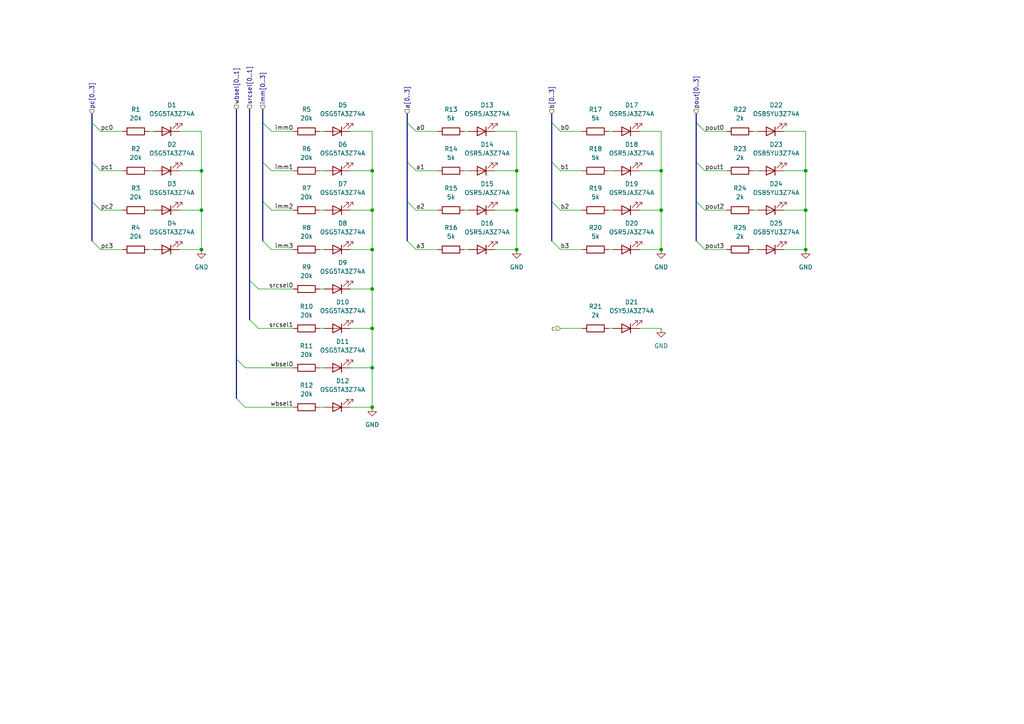
<source format=kicad_sch>
(kicad_sch (version 20211123) (generator eeschema)

  (uuid 17255181-00d5-44c2-8a16-36253fd85e12)

  (paper "A4")

  (lib_symbols
    (symbol "Device:LED" (pin_numbers hide) (pin_names (offset 1.016) hide) (in_bom yes) (on_board yes)
      (property "Reference" "D" (id 0) (at 0 2.54 0)
        (effects (font (size 1.27 1.27)))
      )
      (property "Value" "LED" (id 1) (at 0 -2.54 0)
        (effects (font (size 1.27 1.27)))
      )
      (property "Footprint" "" (id 2) (at 0 0 0)
        (effects (font (size 1.27 1.27)) hide)
      )
      (property "Datasheet" "~" (id 3) (at 0 0 0)
        (effects (font (size 1.27 1.27)) hide)
      )
      (property "ki_keywords" "LED diode" (id 4) (at 0 0 0)
        (effects (font (size 1.27 1.27)) hide)
      )
      (property "ki_description" "Light emitting diode" (id 5) (at 0 0 0)
        (effects (font (size 1.27 1.27)) hide)
      )
      (property "ki_fp_filters" "LED* LED_SMD:* LED_THT:*" (id 6) (at 0 0 0)
        (effects (font (size 1.27 1.27)) hide)
      )
      (symbol "LED_0_1"
        (polyline
          (pts
            (xy -1.27 -1.27)
            (xy -1.27 1.27)
          )
          (stroke (width 0.254) (type default) (color 0 0 0 0))
          (fill (type none))
        )
        (polyline
          (pts
            (xy -1.27 0)
            (xy 1.27 0)
          )
          (stroke (width 0) (type default) (color 0 0 0 0))
          (fill (type none))
        )
        (polyline
          (pts
            (xy 1.27 -1.27)
            (xy 1.27 1.27)
            (xy -1.27 0)
            (xy 1.27 -1.27)
          )
          (stroke (width 0.254) (type default) (color 0 0 0 0))
          (fill (type none))
        )
        (polyline
          (pts
            (xy -3.048 -0.762)
            (xy -4.572 -2.286)
            (xy -3.81 -2.286)
            (xy -4.572 -2.286)
            (xy -4.572 -1.524)
          )
          (stroke (width 0) (type default) (color 0 0 0 0))
          (fill (type none))
        )
        (polyline
          (pts
            (xy -1.778 -0.762)
            (xy -3.302 -2.286)
            (xy -2.54 -2.286)
            (xy -3.302 -2.286)
            (xy -3.302 -1.524)
          )
          (stroke (width 0) (type default) (color 0 0 0 0))
          (fill (type none))
        )
      )
      (symbol "LED_1_1"
        (pin passive line (at -3.81 0 0) (length 2.54)
          (name "K" (effects (font (size 1.27 1.27))))
          (number "1" (effects (font (size 1.27 1.27))))
        )
        (pin passive line (at 3.81 0 180) (length 2.54)
          (name "A" (effects (font (size 1.27 1.27))))
          (number "2" (effects (font (size 1.27 1.27))))
        )
      )
    )
    (symbol "Device:R" (pin_numbers hide) (pin_names (offset 0)) (in_bom yes) (on_board yes)
      (property "Reference" "R" (id 0) (at 2.032 0 90)
        (effects (font (size 1.27 1.27)))
      )
      (property "Value" "R" (id 1) (at 0 0 90)
        (effects (font (size 1.27 1.27)))
      )
      (property "Footprint" "" (id 2) (at -1.778 0 90)
        (effects (font (size 1.27 1.27)) hide)
      )
      (property "Datasheet" "~" (id 3) (at 0 0 0)
        (effects (font (size 1.27 1.27)) hide)
      )
      (property "ki_keywords" "R res resistor" (id 4) (at 0 0 0)
        (effects (font (size 1.27 1.27)) hide)
      )
      (property "ki_description" "Resistor" (id 5) (at 0 0 0)
        (effects (font (size 1.27 1.27)) hide)
      )
      (property "ki_fp_filters" "R_*" (id 6) (at 0 0 0)
        (effects (font (size 1.27 1.27)) hide)
      )
      (symbol "R_0_1"
        (rectangle (start -1.016 -2.54) (end 1.016 2.54)
          (stroke (width 0.254) (type default) (color 0 0 0 0))
          (fill (type none))
        )
      )
      (symbol "R_1_1"
        (pin passive line (at 0 3.81 270) (length 1.27)
          (name "~" (effects (font (size 1.27 1.27))))
          (number "1" (effects (font (size 1.27 1.27))))
        )
        (pin passive line (at 0 -3.81 90) (length 1.27)
          (name "~" (effects (font (size 1.27 1.27))))
          (number "2" (effects (font (size 1.27 1.27))))
        )
      )
    )
    (symbol "power:GND" (power) (pin_names (offset 0)) (in_bom yes) (on_board yes)
      (property "Reference" "#PWR" (id 0) (at 0 -6.35 0)
        (effects (font (size 1.27 1.27)) hide)
      )
      (property "Value" "GND" (id 1) (at 0 -3.81 0)
        (effects (font (size 1.27 1.27)))
      )
      (property "Footprint" "" (id 2) (at 0 0 0)
        (effects (font (size 1.27 1.27)) hide)
      )
      (property "Datasheet" "" (id 3) (at 0 0 0)
        (effects (font (size 1.27 1.27)) hide)
      )
      (property "ki_keywords" "power-flag" (id 4) (at 0 0 0)
        (effects (font (size 1.27 1.27)) hide)
      )
      (property "ki_description" "Power symbol creates a global label with name \"GND\" , ground" (id 5) (at 0 0 0)
        (effects (font (size 1.27 1.27)) hide)
      )
      (symbol "GND_0_1"
        (polyline
          (pts
            (xy 0 0)
            (xy 0 -1.27)
            (xy 1.27 -1.27)
            (xy 0 -2.54)
            (xy -1.27 -1.27)
            (xy 0 -1.27)
          )
          (stroke (width 0) (type default) (color 0 0 0 0))
          (fill (type none))
        )
      )
      (symbol "GND_1_1"
        (pin power_in line (at 0 0 270) (length 0) hide
          (name "GND" (effects (font (size 1.27 1.27))))
          (number "1" (effects (font (size 1.27 1.27))))
        )
      )
    )
  )

  (junction (at 58.42 72.39) (diameter 0) (color 0 0 0 0)
    (uuid 00f3fdf9-b436-4719-b192-76a8dda8fb20)
  )
  (junction (at 233.68 49.53) (diameter 0) (color 0 0 0 0)
    (uuid 03eaff48-1f21-476a-b7c1-fc1eb2c3f34f)
  )
  (junction (at 107.95 49.53) (diameter 0) (color 0 0 0 0)
    (uuid 04a29410-9bcc-4626-82bf-8e8b02905fff)
  )
  (junction (at 107.95 118.11) (diameter 0) (color 0 0 0 0)
    (uuid 381881c1-6800-4e28-ab35-a87ba719975b)
  )
  (junction (at 107.95 72.39) (diameter 0) (color 0 0 0 0)
    (uuid 478fa686-0220-40bc-b603-3711b0ab769a)
  )
  (junction (at 58.42 49.53) (diameter 0) (color 0 0 0 0)
    (uuid 4bc484bd-8e73-4fae-a1ff-dd14f613a652)
  )
  (junction (at 149.86 72.39) (diameter 0) (color 0 0 0 0)
    (uuid 6fa967e0-b541-44cc-8190-c462e411892d)
  )
  (junction (at 233.68 60.96) (diameter 0) (color 0 0 0 0)
    (uuid 73405d7c-093b-4e56-9684-cd6646413de6)
  )
  (junction (at 107.95 60.96) (diameter 0) (color 0 0 0 0)
    (uuid 77ab52c8-d8ee-460a-bdd9-1c7a428eeae7)
  )
  (junction (at 149.86 49.53) (diameter 0) (color 0 0 0 0)
    (uuid 8d82bf9f-105b-4bd5-9ece-08f7c441f6a8)
  )
  (junction (at 107.95 106.68) (diameter 0) (color 0 0 0 0)
    (uuid 9388dc01-2081-427c-ae9f-6d22190e0c34)
  )
  (junction (at 149.86 60.96) (diameter 0) (color 0 0 0 0)
    (uuid 97e14839-1524-40d9-8eb7-c81cb570ece1)
  )
  (junction (at 107.95 95.25) (diameter 0) (color 0 0 0 0)
    (uuid c2eef0a5-aee6-4a2f-9b31-e49534789656)
  )
  (junction (at 233.68 72.39) (diameter 0) (color 0 0 0 0)
    (uuid c4028dd6-b0f5-4436-81f9-83e7a1a7beef)
  )
  (junction (at 191.77 72.39) (diameter 0) (color 0 0 0 0)
    (uuid cf1fd6f9-ceac-4d04-a413-cef9c5704192)
  )
  (junction (at 191.77 49.53) (diameter 0) (color 0 0 0 0)
    (uuid cfb5a0d3-71b2-4e1c-a5b9-10aa655a4375)
  )
  (junction (at 107.95 83.82) (diameter 0) (color 0 0 0 0)
    (uuid e4903a21-3002-4ff3-9015-c8cff4235299)
  )
  (junction (at 58.42 60.96) (diameter 0) (color 0 0 0 0)
    (uuid eaaf428a-f8a5-4c64-8d22-b9bc6b072c4b)
  )
  (junction (at 191.77 60.96) (diameter 0) (color 0 0 0 0)
    (uuid efc5d791-dc4d-4f9c-ac25-89e6d8e5f90f)
  )

  (bus_entry (at 201.93 35.56) (size 2.54 2.54)
    (stroke (width 0) (type default) (color 0 0 0 0))
    (uuid 0dcc83eb-1125-4905-a912-ed9e479eb00d)
  )
  (bus_entry (at 68.58 104.14) (size 2.54 2.54)
    (stroke (width 0) (type default) (color 0 0 0 0))
    (uuid 1238e226-9370-4164-bda9-b8bea1b630cd)
  )
  (bus_entry (at 201.93 58.42) (size 2.54 2.54)
    (stroke (width 0) (type default) (color 0 0 0 0))
    (uuid 16e0a230-d433-4a95-a625-ecec09aa6f55)
  )
  (bus_entry (at 76.2 35.56) (size 2.54 2.54)
    (stroke (width 0) (type default) (color 0 0 0 0))
    (uuid 180632dd-0cb5-4106-9f0f-af0d2268c37a)
  )
  (bus_entry (at 118.11 46.99) (size 2.54 2.54)
    (stroke (width 0) (type default) (color 0 0 0 0))
    (uuid 219bac20-25c0-48db-aa6d-67cffcb3f2f2)
  )
  (bus_entry (at 118.11 35.56) (size 2.54 2.54)
    (stroke (width 0) (type default) (color 0 0 0 0))
    (uuid 2454092f-c6bf-4dd4-973d-89157fb22110)
  )
  (bus_entry (at 160.02 46.99) (size 2.54 2.54)
    (stroke (width 0) (type default) (color 0 0 0 0))
    (uuid 2570b313-d9a9-48e6-9dff-0c8e04a205c7)
  )
  (bus_entry (at 160.02 69.85) (size 2.54 2.54)
    (stroke (width 0) (type default) (color 0 0 0 0))
    (uuid 2efe5235-85f8-4acd-b29a-ac6c970dd629)
  )
  (bus_entry (at 76.2 46.99) (size 2.54 2.54)
    (stroke (width 0) (type default) (color 0 0 0 0))
    (uuid 33230c5f-0c02-4473-956b-4091dcaf3901)
  )
  (bus_entry (at 160.02 35.56) (size 2.54 2.54)
    (stroke (width 0) (type default) (color 0 0 0 0))
    (uuid 40e6343a-bcd8-4577-a80b-1a27b7342321)
  )
  (bus_entry (at 201.93 46.99) (size 2.54 2.54)
    (stroke (width 0) (type default) (color 0 0 0 0))
    (uuid 76a7a4d6-6e7c-49a1-a63c-5429954e0b6f)
  )
  (bus_entry (at 76.2 69.85) (size 2.54 2.54)
    (stroke (width 0) (type default) (color 0 0 0 0))
    (uuid 7c664086-eac7-4618-9639-febda0dd73a0)
  )
  (bus_entry (at 201.93 69.85) (size 2.54 2.54)
    (stroke (width 0) (type default) (color 0 0 0 0))
    (uuid 7d41d8a8-312a-42c3-a61f-4ffaaf5d38c8)
  )
  (bus_entry (at 160.02 58.42) (size 2.54 2.54)
    (stroke (width 0) (type default) (color 0 0 0 0))
    (uuid 858ca217-02ef-4e5f-a36a-85d0d5db28ab)
  )
  (bus_entry (at 26.67 58.42) (size 2.54 2.54)
    (stroke (width 0) (type default) (color 0 0 0 0))
    (uuid 8b2213dd-3f5a-4d8c-ae27-d9c6cc89e4eb)
  )
  (bus_entry (at 72.39 81.28) (size 2.54 2.54)
    (stroke (width 0) (type default) (color 0 0 0 0))
    (uuid 8b3b0b19-1293-4db8-9b3e-543e649b1ccf)
  )
  (bus_entry (at 118.11 69.85) (size 2.54 2.54)
    (stroke (width 0) (type default) (color 0 0 0 0))
    (uuid 9b4df12d-a099-4247-b87e-29553ace80e3)
  )
  (bus_entry (at 26.67 46.99) (size 2.54 2.54)
    (stroke (width 0) (type default) (color 0 0 0 0))
    (uuid a5a5ba39-48cc-4344-a19c-1bfd81af8b59)
  )
  (bus_entry (at 72.39 92.71) (size 2.54 2.54)
    (stroke (width 0) (type default) (color 0 0 0 0))
    (uuid a79852a5-ffa4-473a-a25f-0d8198c97357)
  )
  (bus_entry (at 76.2 58.42) (size 2.54 2.54)
    (stroke (width 0) (type default) (color 0 0 0 0))
    (uuid b2edaf4f-2c91-4cf7-b3bf-3652ced16b1e)
  )
  (bus_entry (at 26.67 69.85) (size 2.54 2.54)
    (stroke (width 0) (type default) (color 0 0 0 0))
    (uuid bcf8ccec-689a-43b0-accf-337d2623a229)
  )
  (bus_entry (at 26.67 35.56) (size 2.54 2.54)
    (stroke (width 0) (type default) (color 0 0 0 0))
    (uuid c999a2d9-b730-4146-bf2b-62d8c4098a21)
  )
  (bus_entry (at 118.11 58.42) (size 2.54 2.54)
    (stroke (width 0) (type default) (color 0 0 0 0))
    (uuid db1b8ed7-bdcb-4b37-a7f7-9034191a743a)
  )
  (bus_entry (at 68.58 115.57) (size 2.54 2.54)
    (stroke (width 0) (type default) (color 0 0 0 0))
    (uuid fcbb0eb8-f12e-4907-b590-25826f3f9df9)
  )

  (wire (pts (xy 227.33 60.96) (xy 233.68 60.96))
    (stroke (width 0) (type default) (color 0 0 0 0))
    (uuid 0004580b-6ce3-414a-ae6e-e2882908e182)
  )
  (wire (pts (xy 191.77 49.53) (xy 191.77 60.96))
    (stroke (width 0) (type default) (color 0 0 0 0))
    (uuid 01507de0-c4c0-403f-bed3-37b9e1ebef81)
  )
  (bus (pts (xy 118.11 35.56) (xy 118.11 46.99))
    (stroke (width 0) (type default) (color 0 0 0 0))
    (uuid 04f6a2d9-78ef-454a-ab71-775d46166487)
  )

  (wire (pts (xy 92.71 106.68) (xy 93.98 106.68))
    (stroke (width 0) (type default) (color 0 0 0 0))
    (uuid 05d851b0-1b48-4b90-99d2-cefaf372fae8)
  )
  (bus (pts (xy 201.93 58.42) (xy 201.93 69.85))
    (stroke (width 0) (type default) (color 0 0 0 0))
    (uuid 0686dfbb-5e82-499f-bbb6-7bf9fcb4805c)
  )

  (wire (pts (xy 101.6 60.96) (xy 107.95 60.96))
    (stroke (width 0) (type default) (color 0 0 0 0))
    (uuid 083373d6-7ea9-48c6-bf97-43e512c0afaf)
  )
  (wire (pts (xy 101.6 83.82) (xy 107.95 83.82))
    (stroke (width 0) (type default) (color 0 0 0 0))
    (uuid 097a02ed-bcd4-4f83-8f1b-f5d23135c7f7)
  )
  (wire (pts (xy 218.44 49.53) (xy 219.71 49.53))
    (stroke (width 0) (type default) (color 0 0 0 0))
    (uuid 0a291e9e-3b01-4caa-be3a-c01e8f86745f)
  )
  (wire (pts (xy 120.65 49.53) (xy 127 49.53))
    (stroke (width 0) (type default) (color 0 0 0 0))
    (uuid 0c0bcc86-77cb-4c3f-a03a-fbe94ace6715)
  )
  (bus (pts (xy 68.58 31.75) (xy 68.58 104.14))
    (stroke (width 0) (type default) (color 0 0 0 0))
    (uuid 11e5c902-223b-433f-b44a-157bd36a9413)
  )

  (wire (pts (xy 92.71 118.11) (xy 93.98 118.11))
    (stroke (width 0) (type default) (color 0 0 0 0))
    (uuid 14dc209a-b51a-4a0a-80e2-71db453c42b2)
  )
  (wire (pts (xy 101.6 106.68) (xy 107.95 106.68))
    (stroke (width 0) (type default) (color 0 0 0 0))
    (uuid 1a09860b-0371-45e2-a9da-31a809ad14c2)
  )
  (wire (pts (xy 185.42 60.96) (xy 191.77 60.96))
    (stroke (width 0) (type default) (color 0 0 0 0))
    (uuid 1d7a5ff5-1029-42d6-bfbd-d7f3676c4787)
  )
  (wire (pts (xy 78.74 72.39) (xy 85.09 72.39))
    (stroke (width 0) (type default) (color 0 0 0 0))
    (uuid 2172a50b-fdfd-423b-8a82-34e84393868d)
  )
  (wire (pts (xy 176.53 60.96) (xy 177.8 60.96))
    (stroke (width 0) (type default) (color 0 0 0 0))
    (uuid 22317d08-dd07-4099-82af-39f3745afee4)
  )
  (wire (pts (xy 134.62 38.1) (xy 135.89 38.1))
    (stroke (width 0) (type default) (color 0 0 0 0))
    (uuid 223d16ae-90c2-47f7-985e-d19de9d42af4)
  )
  (bus (pts (xy 201.93 33.02) (xy 201.93 35.56))
    (stroke (width 0) (type default) (color 0 0 0 0))
    (uuid 22e0bcbd-9e8a-4ddd-acce-b2fbc0233a8f)
  )
  (bus (pts (xy 160.02 35.56) (xy 160.02 46.99))
    (stroke (width 0) (type default) (color 0 0 0 0))
    (uuid 255ff586-d2ca-4177-ba94-623348184e7c)
  )

  (wire (pts (xy 78.74 38.1) (xy 85.09 38.1))
    (stroke (width 0) (type default) (color 0 0 0 0))
    (uuid 264fde98-94fc-4097-b66d-5518d2199ae0)
  )
  (wire (pts (xy 92.71 60.96) (xy 93.98 60.96))
    (stroke (width 0) (type default) (color 0 0 0 0))
    (uuid 26941a5c-f058-4e70-a890-b10769aa418c)
  )
  (wire (pts (xy 143.51 72.39) (xy 149.86 72.39))
    (stroke (width 0) (type default) (color 0 0 0 0))
    (uuid 26cdd102-a6a9-47a0-82df-5ae988a4bed3)
  )
  (wire (pts (xy 52.07 72.39) (xy 58.42 72.39))
    (stroke (width 0) (type default) (color 0 0 0 0))
    (uuid 2982762b-144c-45ff-ae4e-e7d89103412e)
  )
  (bus (pts (xy 160.02 46.99) (xy 160.02 58.42))
    (stroke (width 0) (type default) (color 0 0 0 0))
    (uuid 2b18c2aa-aa06-4287-9a7c-9b30f0e49518)
  )

  (wire (pts (xy 107.95 38.1) (xy 107.95 49.53))
    (stroke (width 0) (type default) (color 0 0 0 0))
    (uuid 2ce7492d-0a67-40e1-9eeb-ead4f4cac99e)
  )
  (wire (pts (xy 143.51 38.1) (xy 149.86 38.1))
    (stroke (width 0) (type default) (color 0 0 0 0))
    (uuid 312fb84e-bace-4378-bb26-d26937efa0b3)
  )
  (bus (pts (xy 118.11 33.02) (xy 118.11 35.56))
    (stroke (width 0) (type default) (color 0 0 0 0))
    (uuid 31a87036-6d92-47f7-8a75-dc250206d312)
  )

  (wire (pts (xy 218.44 60.96) (xy 219.71 60.96))
    (stroke (width 0) (type default) (color 0 0 0 0))
    (uuid 33006ab8-cb5e-49ed-9344-121a8278c5a6)
  )
  (wire (pts (xy 107.95 49.53) (xy 107.95 60.96))
    (stroke (width 0) (type default) (color 0 0 0 0))
    (uuid 33deef53-f66f-4842-88d4-46f8aef6b775)
  )
  (wire (pts (xy 101.6 72.39) (xy 107.95 72.39))
    (stroke (width 0) (type default) (color 0 0 0 0))
    (uuid 37068766-dffc-4537-ac05-279045c3749a)
  )
  (wire (pts (xy 233.68 38.1) (xy 233.68 49.53))
    (stroke (width 0) (type default) (color 0 0 0 0))
    (uuid 3df4ae64-eece-4276-8cc5-3ee9f6c24fb5)
  )
  (bus (pts (xy 26.67 46.99) (xy 26.67 58.42))
    (stroke (width 0) (type default) (color 0 0 0 0))
    (uuid 41f989c8-6e70-491d-91a1-074177f38d95)
  )

  (wire (pts (xy 233.68 49.53) (xy 233.68 60.96))
    (stroke (width 0) (type default) (color 0 0 0 0))
    (uuid 45f614b7-95fe-4d51-8660-aa5b116cdee8)
  )
  (wire (pts (xy 71.12 106.68) (xy 85.09 106.68))
    (stroke (width 0) (type default) (color 0 0 0 0))
    (uuid 4a7b04d4-c316-4a4e-88b6-ce864756c9a4)
  )
  (wire (pts (xy 107.95 60.96) (xy 107.95 72.39))
    (stroke (width 0) (type default) (color 0 0 0 0))
    (uuid 4d0c2ed9-c951-4b6e-b7b1-b51ed81971f8)
  )
  (wire (pts (xy 185.42 49.53) (xy 191.77 49.53))
    (stroke (width 0) (type default) (color 0 0 0 0))
    (uuid 4d12970a-3e92-434b-b608-425a33c17ef6)
  )
  (wire (pts (xy 43.18 60.96) (xy 44.45 60.96))
    (stroke (width 0) (type default) (color 0 0 0 0))
    (uuid 4f7ec688-671a-4b4c-9c7b-52c727b002cd)
  )
  (wire (pts (xy 162.56 38.1) (xy 168.91 38.1))
    (stroke (width 0) (type default) (color 0 0 0 0))
    (uuid 5093c532-393f-4196-b834-b0586ff2ae67)
  )
  (bus (pts (xy 76.2 31.75) (xy 76.2 35.56))
    (stroke (width 0) (type default) (color 0 0 0 0))
    (uuid 5280d488-ef02-4dff-86da-8c8cb72a85be)
  )

  (wire (pts (xy 52.07 49.53) (xy 58.42 49.53))
    (stroke (width 0) (type default) (color 0 0 0 0))
    (uuid 5330983b-c788-40b4-a237-dafcf1d7a887)
  )
  (wire (pts (xy 176.53 72.39) (xy 177.8 72.39))
    (stroke (width 0) (type default) (color 0 0 0 0))
    (uuid 5768c235-a3ea-40eb-8047-01e9696b1f29)
  )
  (wire (pts (xy 58.42 60.96) (xy 58.42 72.39))
    (stroke (width 0) (type default) (color 0 0 0 0))
    (uuid 5c28b630-acf5-421e-8621-f3c033f26dfc)
  )
  (wire (pts (xy 74.93 95.25) (xy 85.09 95.25))
    (stroke (width 0) (type default) (color 0 0 0 0))
    (uuid 619fa8c1-ef3f-4d8b-856e-4e9d2dae0c81)
  )
  (wire (pts (xy 43.18 72.39) (xy 44.45 72.39))
    (stroke (width 0) (type default) (color 0 0 0 0))
    (uuid 6318c0ba-7ba9-4a89-9a8b-9157eb96137c)
  )
  (wire (pts (xy 92.71 83.82) (xy 93.98 83.82))
    (stroke (width 0) (type default) (color 0 0 0 0))
    (uuid 634d8e0b-b66c-467e-9ac3-31be9d70ad13)
  )
  (wire (pts (xy 204.47 38.1) (xy 210.82 38.1))
    (stroke (width 0) (type default) (color 0 0 0 0))
    (uuid 65f76c48-fbf0-4e83-bc72-0f32f3c6974d)
  )
  (wire (pts (xy 176.53 49.53) (xy 177.8 49.53))
    (stroke (width 0) (type default) (color 0 0 0 0))
    (uuid 672b15e1-253b-4eb9-a573-7ddf9822e977)
  )
  (wire (pts (xy 149.86 60.96) (xy 149.86 72.39))
    (stroke (width 0) (type default) (color 0 0 0 0))
    (uuid 6ab702dc-033c-4568-9b13-e434d77ba00f)
  )
  (wire (pts (xy 71.12 118.11) (xy 85.09 118.11))
    (stroke (width 0) (type default) (color 0 0 0 0))
    (uuid 6aceddd1-83ec-4d90-846f-91a37742f764)
  )
  (wire (pts (xy 120.65 38.1) (xy 127 38.1))
    (stroke (width 0) (type default) (color 0 0 0 0))
    (uuid 6c5e412f-aaea-40e5-8ac5-3a4c3f023fca)
  )
  (wire (pts (xy 185.42 38.1) (xy 191.77 38.1))
    (stroke (width 0) (type default) (color 0 0 0 0))
    (uuid 6e798864-e774-4a54-9474-7f3a93faa02d)
  )
  (wire (pts (xy 120.65 60.96) (xy 127 60.96))
    (stroke (width 0) (type default) (color 0 0 0 0))
    (uuid 71914f4a-ed80-4341-be43-e93b9bf12d2a)
  )
  (wire (pts (xy 227.33 38.1) (xy 233.68 38.1))
    (stroke (width 0) (type default) (color 0 0 0 0))
    (uuid 72264907-a400-4b3b-a631-4cc27e68559a)
  )
  (wire (pts (xy 143.51 49.53) (xy 149.86 49.53))
    (stroke (width 0) (type default) (color 0 0 0 0))
    (uuid 722f1a5a-3ed5-4426-84b1-087295a95d3b)
  )
  (wire (pts (xy 101.6 49.53) (xy 107.95 49.53))
    (stroke (width 0) (type default) (color 0 0 0 0))
    (uuid 738198b4-a010-4b87-8ccb-243de7de5ffc)
  )
  (wire (pts (xy 218.44 72.39) (xy 219.71 72.39))
    (stroke (width 0) (type default) (color 0 0 0 0))
    (uuid 785d4cdd-6294-427f-a15b-de35a786e56e)
  )
  (bus (pts (xy 201.93 35.56) (xy 201.93 46.99))
    (stroke (width 0) (type default) (color 0 0 0 0))
    (uuid 78b3b2dd-12d8-46a8-8df8-ea20a640a810)
  )

  (wire (pts (xy 101.6 38.1) (xy 107.95 38.1))
    (stroke (width 0) (type default) (color 0 0 0 0))
    (uuid 79c03dfa-199d-47d1-af7e-3edd9a70d0c6)
  )
  (bus (pts (xy 76.2 46.99) (xy 76.2 58.42))
    (stroke (width 0) (type default) (color 0 0 0 0))
    (uuid 7c955358-a698-49c1-9ac5-fb84eea750e3)
  )

  (wire (pts (xy 120.65 72.39) (xy 127 72.39))
    (stroke (width 0) (type default) (color 0 0 0 0))
    (uuid 7ed0a3b3-295e-4990-a7b7-508c12fa2a7a)
  )
  (wire (pts (xy 176.53 95.25) (xy 177.8 95.25))
    (stroke (width 0) (type default) (color 0 0 0 0))
    (uuid 7f5ac761-2c8c-4aea-92ff-e8f77f5afe52)
  )
  (bus (pts (xy 118.11 58.42) (xy 118.11 69.85))
    (stroke (width 0) (type default) (color 0 0 0 0))
    (uuid 7f875008-0ca6-44cf-9c7e-afa9e8a9a96b)
  )

  (wire (pts (xy 92.71 49.53) (xy 93.98 49.53))
    (stroke (width 0) (type default) (color 0 0 0 0))
    (uuid 80caff1e-78d0-4ef0-9f48-336120b8cb08)
  )
  (bus (pts (xy 72.39 81.28) (xy 72.39 92.71))
    (stroke (width 0) (type default) (color 0 0 0 0))
    (uuid 80d9e2be-7010-4e2c-ad9a-bab4098322ac)
  )

  (wire (pts (xy 143.51 60.96) (xy 149.86 60.96))
    (stroke (width 0) (type default) (color 0 0 0 0))
    (uuid 84d89ca3-1df7-4282-849c-c6aead3d20ca)
  )
  (wire (pts (xy 52.07 38.1) (xy 58.42 38.1))
    (stroke (width 0) (type default) (color 0 0 0 0))
    (uuid 84e81147-1239-45a3-9d74-35db62072ae8)
  )
  (wire (pts (xy 149.86 49.53) (xy 149.86 60.96))
    (stroke (width 0) (type default) (color 0 0 0 0))
    (uuid 888a8775-67bc-4b13-98cc-7c0a06c89012)
  )
  (wire (pts (xy 162.56 49.53) (xy 168.91 49.53))
    (stroke (width 0) (type default) (color 0 0 0 0))
    (uuid 8a617779-cf61-4231-a8d7-540887e9918e)
  )
  (wire (pts (xy 43.18 38.1) (xy 44.45 38.1))
    (stroke (width 0) (type default) (color 0 0 0 0))
    (uuid 8a6435d4-73ad-4aa2-87e2-49dcc374d879)
  )
  (bus (pts (xy 26.67 35.56) (xy 26.67 46.99))
    (stroke (width 0) (type default) (color 0 0 0 0))
    (uuid 90af73ff-0645-444d-ab97-3d18d17b9ccf)
  )

  (wire (pts (xy 52.07 60.96) (xy 58.42 60.96))
    (stroke (width 0) (type default) (color 0 0 0 0))
    (uuid 9b04240a-468f-4d6f-9f1e-2783f754026e)
  )
  (wire (pts (xy 29.21 49.53) (xy 35.56 49.53))
    (stroke (width 0) (type default) (color 0 0 0 0))
    (uuid 9d709587-bf4b-4dfc-920a-373add873d60)
  )
  (wire (pts (xy 176.53 38.1) (xy 177.8 38.1))
    (stroke (width 0) (type default) (color 0 0 0 0))
    (uuid 9f2d15fb-c6a1-4cf1-bd56-5d0e42725ebd)
  )
  (wire (pts (xy 58.42 38.1) (xy 58.42 49.53))
    (stroke (width 0) (type default) (color 0 0 0 0))
    (uuid a0b03c00-8798-4715-95f7-f7111e918198)
  )
  (wire (pts (xy 134.62 49.53) (xy 135.89 49.53))
    (stroke (width 0) (type default) (color 0 0 0 0))
    (uuid a16c6510-5018-43bb-8e1f-3633cb0c66a9)
  )
  (wire (pts (xy 74.93 83.82) (xy 85.09 83.82))
    (stroke (width 0) (type default) (color 0 0 0 0))
    (uuid a2183412-a9c9-4684-93fe-afaa69829bd0)
  )
  (wire (pts (xy 101.6 95.25) (xy 107.95 95.25))
    (stroke (width 0) (type default) (color 0 0 0 0))
    (uuid a2acf1d2-ab2e-4b6b-b95b-00f568e842b8)
  )
  (wire (pts (xy 227.33 49.53) (xy 233.68 49.53))
    (stroke (width 0) (type default) (color 0 0 0 0))
    (uuid a71e82ce-6640-4e0e-83d6-c05598a6f63c)
  )
  (wire (pts (xy 92.71 72.39) (xy 93.98 72.39))
    (stroke (width 0) (type default) (color 0 0 0 0))
    (uuid a9274478-31ad-46b5-96aa-2af3f8d1864a)
  )
  (wire (pts (xy 185.42 72.39) (xy 191.77 72.39))
    (stroke (width 0) (type default) (color 0 0 0 0))
    (uuid aaeac6ee-0f72-4756-abad-9c314b197a2a)
  )
  (bus (pts (xy 26.67 58.42) (xy 26.67 69.85))
    (stroke (width 0) (type default) (color 0 0 0 0))
    (uuid ab8e4bc2-7f81-4df6-9a86-5145d89e968e)
  )

  (wire (pts (xy 107.95 72.39) (xy 107.95 83.82))
    (stroke (width 0) (type default) (color 0 0 0 0))
    (uuid af67bf3a-a833-47b6-bbec-ab1b2910d54c)
  )
  (wire (pts (xy 107.95 106.68) (xy 107.95 118.11))
    (stroke (width 0) (type default) (color 0 0 0 0))
    (uuid b3b793cd-9c11-4eed-a3d9-689dd8728ebc)
  )
  (wire (pts (xy 162.56 95.25) (xy 168.91 95.25))
    (stroke (width 0) (type default) (color 0 0 0 0))
    (uuid b4644e37-991c-46c3-9d6c-41ca37354763)
  )
  (wire (pts (xy 134.62 60.96) (xy 135.89 60.96))
    (stroke (width 0) (type default) (color 0 0 0 0))
    (uuid b48175a7-7491-4149-ace5-9efe89cae35c)
  )
  (wire (pts (xy 29.21 60.96) (xy 35.56 60.96))
    (stroke (width 0) (type default) (color 0 0 0 0))
    (uuid b4ac38e6-98e6-4569-84a4-8c9911716252)
  )
  (wire (pts (xy 58.42 49.53) (xy 58.42 60.96))
    (stroke (width 0) (type default) (color 0 0 0 0))
    (uuid b66ffd07-6529-4e77-9cb8-f0dc8dce51ec)
  )
  (wire (pts (xy 191.77 60.96) (xy 191.77 72.39))
    (stroke (width 0) (type default) (color 0 0 0 0))
    (uuid b711db3a-1548-4449-811b-a95bb34625b4)
  )
  (wire (pts (xy 92.71 95.25) (xy 93.98 95.25))
    (stroke (width 0) (type default) (color 0 0 0 0))
    (uuid b83fdc99-34a9-4ec8-a99d-b76560d5a6fe)
  )
  (wire (pts (xy 204.47 72.39) (xy 210.82 72.39))
    (stroke (width 0) (type default) (color 0 0 0 0))
    (uuid bcab5837-990a-4fb1-a6c8-d78ba701f3aa)
  )
  (wire (pts (xy 134.62 72.39) (xy 135.89 72.39))
    (stroke (width 0) (type default) (color 0 0 0 0))
    (uuid bd25a37e-0e41-40a1-b65d-9cba79d5bd9b)
  )
  (bus (pts (xy 72.39 31.75) (xy 72.39 81.28))
    (stroke (width 0) (type default) (color 0 0 0 0))
    (uuid bd63cd82-7b93-420e-93a8-0b9dad96590d)
  )

  (wire (pts (xy 101.6 118.11) (xy 107.95 118.11))
    (stroke (width 0) (type default) (color 0 0 0 0))
    (uuid bf3af397-f54c-4976-9daf-f57bad5f56b7)
  )
  (wire (pts (xy 29.21 38.1) (xy 35.56 38.1))
    (stroke (width 0) (type default) (color 0 0 0 0))
    (uuid bfb60e27-5505-4922-9f23-7f499850c61c)
  )
  (bus (pts (xy 118.11 46.99) (xy 118.11 58.42))
    (stroke (width 0) (type default) (color 0 0 0 0))
    (uuid c029826e-e6e9-4900-bb5e-763be19aa45a)
  )

  (wire (pts (xy 185.42 95.25) (xy 191.77 95.25))
    (stroke (width 0) (type default) (color 0 0 0 0))
    (uuid c32bacfc-43bc-485e-af70-6cdadc0644e8)
  )
  (wire (pts (xy 107.95 83.82) (xy 107.95 95.25))
    (stroke (width 0) (type default) (color 0 0 0 0))
    (uuid c3d5bec4-afc1-44da-b636-13ad8a7fd64f)
  )
  (bus (pts (xy 68.58 104.14) (xy 68.58 115.57))
    (stroke (width 0) (type default) (color 0 0 0 0))
    (uuid c3e91a56-b6c9-4fbe-9fdb-498cc625f142)
  )

  (wire (pts (xy 191.77 38.1) (xy 191.77 49.53))
    (stroke (width 0) (type default) (color 0 0 0 0))
    (uuid c6e94293-5d3e-4929-9a83-2c1c12411848)
  )
  (bus (pts (xy 160.02 58.42) (xy 160.02 69.85))
    (stroke (width 0) (type default) (color 0 0 0 0))
    (uuid c7fca348-f360-4347-874f-6b7989dc70da)
  )
  (bus (pts (xy 26.67 33.02) (xy 26.67 35.56))
    (stroke (width 0) (type default) (color 0 0 0 0))
    (uuid c9dad62f-aca0-4408-ba90-fe14cc12c064)
  )

  (wire (pts (xy 107.95 95.25) (xy 107.95 106.68))
    (stroke (width 0) (type default) (color 0 0 0 0))
    (uuid ca3762c9-08ca-4c22-ae6c-5d85237523a7)
  )
  (wire (pts (xy 29.21 72.39) (xy 35.56 72.39))
    (stroke (width 0) (type default) (color 0 0 0 0))
    (uuid cc12a62e-54f2-477c-be3b-aea8f711b5e7)
  )
  (wire (pts (xy 218.44 38.1) (xy 219.71 38.1))
    (stroke (width 0) (type default) (color 0 0 0 0))
    (uuid ceb0304a-9538-42d7-bd34-5c2eeea6cb0b)
  )
  (bus (pts (xy 160.02 33.02) (xy 160.02 35.56))
    (stroke (width 0) (type default) (color 0 0 0 0))
    (uuid cef82ff6-4dcd-4a66-8b81-49608a34f067)
  )

  (wire (pts (xy 227.33 72.39) (xy 233.68 72.39))
    (stroke (width 0) (type default) (color 0 0 0 0))
    (uuid cfd665b7-814f-45a8-aa9d-eb7b77c434de)
  )
  (bus (pts (xy 201.93 46.99) (xy 201.93 58.42))
    (stroke (width 0) (type default) (color 0 0 0 0))
    (uuid d0c76750-8e73-4767-bc07-ca08219383b5)
  )

  (wire (pts (xy 162.56 72.39) (xy 168.91 72.39))
    (stroke (width 0) (type default) (color 0 0 0 0))
    (uuid d0e89da4-270e-4902-8ec8-b446d7fa1e9e)
  )
  (wire (pts (xy 43.18 49.53) (xy 44.45 49.53))
    (stroke (width 0) (type default) (color 0 0 0 0))
    (uuid d3af7906-a6d1-4842-936f-152559eb5609)
  )
  (wire (pts (xy 92.71 38.1) (xy 93.98 38.1))
    (stroke (width 0) (type default) (color 0 0 0 0))
    (uuid d9876e76-7926-4ea8-aac9-f953680aaaba)
  )
  (wire (pts (xy 233.68 60.96) (xy 233.68 72.39))
    (stroke (width 0) (type default) (color 0 0 0 0))
    (uuid db61acb0-80c2-44da-ae4c-45632b6e10e6)
  )
  (wire (pts (xy 78.74 60.96) (xy 85.09 60.96))
    (stroke (width 0) (type default) (color 0 0 0 0))
    (uuid de086212-f71e-4467-97af-4e551c4d43fa)
  )
  (wire (pts (xy 149.86 38.1) (xy 149.86 49.53))
    (stroke (width 0) (type default) (color 0 0 0 0))
    (uuid de11e27f-ebca-4dd7-9fe3-0ed56da5413f)
  )
  (wire (pts (xy 78.74 49.53) (xy 85.09 49.53))
    (stroke (width 0) (type default) (color 0 0 0 0))
    (uuid e4496f9a-0150-4aab-9f23-7a23be9a9984)
  )
  (wire (pts (xy 204.47 49.53) (xy 210.82 49.53))
    (stroke (width 0) (type default) (color 0 0 0 0))
    (uuid e47d1534-4ce9-42bb-8c9a-5102b8ebff68)
  )
  (wire (pts (xy 204.47 60.96) (xy 210.82 60.96))
    (stroke (width 0) (type default) (color 0 0 0 0))
    (uuid e9e11789-3ee3-4c27-a0ff-f88dcda467ec)
  )
  (bus (pts (xy 76.2 58.42) (xy 76.2 69.85))
    (stroke (width 0) (type default) (color 0 0 0 0))
    (uuid ec583fc3-ee2c-4bb5-b251-e84a7c117e0b)
  )

  (wire (pts (xy 162.56 60.96) (xy 168.91 60.96))
    (stroke (width 0) (type default) (color 0 0 0 0))
    (uuid f3914ac3-ea0c-458d-b3de-69776c943da3)
  )
  (bus (pts (xy 76.2 35.56) (xy 76.2 46.99))
    (stroke (width 0) (type default) (color 0 0 0 0))
    (uuid f6211e0b-ec40-400d-81a9-085316d79984)
  )

  (label "a3" (at 120.65 72.39 0)
    (effects (font (size 1.27 1.27)) (justify left bottom))
    (uuid 0b4965c4-e84e-4f95-9c7a-582221b965ad)
  )
  (label "a0" (at 120.65 38.1 0)
    (effects (font (size 1.27 1.27)) (justify left bottom))
    (uuid 0c2cabc6-2928-447e-99f1-65b733e31521)
  )
  (label "wbsel1" (at 85.09 118.11 180)
    (effects (font (size 1.27 1.27)) (justify right bottom))
    (uuid 1131e686-9b9e-4bb4-8638-31db042dc0c8)
  )
  (label "b2" (at 162.56 60.96 0)
    (effects (font (size 1.27 1.27)) (justify left bottom))
    (uuid 24b36723-bc76-482a-a573-a0f904bc620f)
  )
  (label "imm0" (at 85.09 38.1 180)
    (effects (font (size 1.27 1.27)) (justify right bottom))
    (uuid 2a666d43-8497-4a95-ac54-a7c330055e77)
  )
  (label "srcsel1" (at 85.09 95.25 180)
    (effects (font (size 1.27 1.27)) (justify right bottom))
    (uuid 363d891f-497c-409c-8a5e-c89d2036e50b)
  )
  (label "imm1" (at 85.09 49.53 180)
    (effects (font (size 1.27 1.27)) (justify right bottom))
    (uuid 47f57c82-70ba-4be7-ae7b-348059e197a3)
  )
  (label "b3" (at 162.56 72.39 0)
    (effects (font (size 1.27 1.27)) (justify left bottom))
    (uuid 57ce0da8-366f-43bd-845c-0683f367423f)
  )
  (label "wbsel0" (at 85.09 106.68 180)
    (effects (font (size 1.27 1.27)) (justify right bottom))
    (uuid 5c67f83d-6550-4f9e-8104-3bc83f7be22a)
  )
  (label "a2" (at 120.65 60.96 0)
    (effects (font (size 1.27 1.27)) (justify left bottom))
    (uuid 7c4731ae-03dc-4aa0-9e60-f139ee34fa86)
  )
  (label "a1" (at 120.65 49.53 0)
    (effects (font (size 1.27 1.27)) (justify left bottom))
    (uuid 82011b1f-66d4-4f97-9a84-92a5f8e2e19b)
  )
  (label "pout3" (at 204.47 72.39 0)
    (effects (font (size 1.27 1.27)) (justify left bottom))
    (uuid 8f915531-70c8-44d8-9f1d-e87166d4bc35)
  )
  (label "b0" (at 162.56 38.1 0)
    (effects (font (size 1.27 1.27)) (justify left bottom))
    (uuid b1e3319d-1b09-49cd-8d13-62522e55bd4d)
  )
  (label "pout0" (at 204.47 38.1 0)
    (effects (font (size 1.27 1.27)) (justify left bottom))
    (uuid b357b39d-f1b5-4f4d-b604-4da3a3d687d7)
  )
  (label "imm3" (at 85.09 72.39 180)
    (effects (font (size 1.27 1.27)) (justify right bottom))
    (uuid b47fe554-643c-4556-b07b-64aeaa5e122c)
  )
  (label "pc3" (at 29.21 72.39 0)
    (effects (font (size 1.27 1.27)) (justify left bottom))
    (uuid b519ba21-5be0-4ff5-9c19-7e27829abd01)
  )
  (label "pc0" (at 29.21 38.1 0)
    (effects (font (size 1.27 1.27)) (justify left bottom))
    (uuid b91e1a74-f39c-435a-8c01-81b8612137ad)
  )
  (label "pout1" (at 204.47 49.53 0)
    (effects (font (size 1.27 1.27)) (justify left bottom))
    (uuid bbfe195f-e1f8-4094-8d11-685afccc166f)
  )
  (label "pc1" (at 29.21 49.53 0)
    (effects (font (size 1.27 1.27)) (justify left bottom))
    (uuid d3d8352a-518b-457a-8198-b3fc8a2bc1c6)
  )
  (label "pout2" (at 204.47 60.96 0)
    (effects (font (size 1.27 1.27)) (justify left bottom))
    (uuid da8a525b-915d-4aff-b0f3-1d545d963734)
  )
  (label "pc2" (at 29.21 60.96 0)
    (effects (font (size 1.27 1.27)) (justify left bottom))
    (uuid e1b48a89-8578-43e1-8549-88212ae51dd0)
  )
  (label "b1" (at 162.56 49.53 0)
    (effects (font (size 1.27 1.27)) (justify left bottom))
    (uuid ead651d6-0b54-4f81-a148-5353d10ed092)
  )
  (label "imm2" (at 85.09 60.96 180)
    (effects (font (size 1.27 1.27)) (justify right bottom))
    (uuid f7609145-7680-487c-b45e-73108a33c279)
  )
  (label "srcsel0" (at 85.09 83.82 180)
    (effects (font (size 1.27 1.27)) (justify right bottom))
    (uuid fa378a03-4115-45a7-9ab4-bf9bfe9839be)
  )

  (hierarchical_label "a[0..3]" (shape input) (at 118.11 33.02 90)
    (effects (font (size 1.27 1.27)) (justify left))
    (uuid 146f9c2b-a9bc-40a1-b588-5dbfa4c1c888)
  )
  (hierarchical_label "srcsel[0..1]" (shape input) (at 72.39 31.75 90)
    (effects (font (size 1.27 1.27)) (justify left))
    (uuid 15d42ec1-61dc-4c67-a8e3-9e56bfe43972)
  )
  (hierarchical_label "b[0..3]" (shape input) (at 160.02 33.02 90)
    (effects (font (size 1.27 1.27)) (justify left))
    (uuid 5a03826f-e1ab-45df-8bff-998104f8538c)
  )
  (hierarchical_label "c" (shape input) (at 162.56 95.25 180)
    (effects (font (size 1.27 1.27)) (justify right))
    (uuid 5fe6a886-c236-4d33-9bfb-8f29f986c795)
  )
  (hierarchical_label "imm[0..3]" (shape input) (at 76.2 31.75 90)
    (effects (font (size 1.27 1.27)) (justify left))
    (uuid 74aa194d-a2b0-4965-a32c-b2c93ae5c66c)
  )
  (hierarchical_label "pc[0..3]" (shape input) (at 26.67 33.02 90)
    (effects (font (size 1.27 1.27)) (justify left))
    (uuid 965fc232-9c38-47fa-9bfa-89057038f773)
  )
  (hierarchical_label "pout[0..3]" (shape input) (at 201.93 33.02 90)
    (effects (font (size 1.27 1.27)) (justify left))
    (uuid e23b70ef-c95b-44d2-a67c-336a92977f6e)
  )
  (hierarchical_label "wbsel[0..1]" (shape input) (at 68.58 31.75 90)
    (effects (font (size 1.27 1.27)) (justify left))
    (uuid f493d79e-dc14-4666-a242-c732c9b92bbe)
  )

  (symbol (lib_id "Device:LED") (at 139.7 49.53 180) (unit 1)
    (in_bom yes) (on_board yes) (fields_autoplaced)
    (uuid 06d7bff6-0eff-476b-b1ca-1ccf6dad285b)
    (property "Reference" "D14" (id 0) (at 141.2875 41.91 0))
    (property "Value" "OSR5JA3Z74A" (id 1) (at 141.2875 44.45 0))
    (property "Footprint" "LED_THT:LED_D3.0mm_Clear" (id 2) (at 139.7 49.53 0)
      (effects (font (size 1.27 1.27)) hide)
    )
    (property "Datasheet" "~" (id 3) (at 139.7 49.53 0)
      (effects (font (size 1.27 1.27)) hide)
    )
    (pin "1" (uuid a66e3fa5-6799-4788-94e6-a2b8d5a5a910))
    (pin "2" (uuid 93c2360d-1b66-4565-8c06-9fed7c5c0bf0))
  )

  (symbol (lib_id "Device:R") (at 88.9 49.53 90) (unit 1)
    (in_bom yes) (on_board yes) (fields_autoplaced)
    (uuid 0d675af4-212a-4c2a-b12d-b419e5a77854)
    (property "Reference" "R6" (id 0) (at 88.9 43.18 90))
    (property "Value" "20k" (id 1) (at 88.9 45.72 90))
    (property "Footprint" "Resistor_SMD:R_0805_2012Metric_Pad1.20x1.40mm_HandSolder" (id 2) (at 88.9 51.308 90)
      (effects (font (size 1.27 1.27)) hide)
    )
    (property "Datasheet" "~" (id 3) (at 88.9 49.53 0)
      (effects (font (size 1.27 1.27)) hide)
    )
    (pin "1" (uuid f0ce4792-63c1-42ad-b6db-ab2f0f02f405))
    (pin "2" (uuid d1586cee-b413-47e0-be4e-e89986558734))
  )

  (symbol (lib_id "Device:LED") (at 48.26 38.1 180) (unit 1)
    (in_bom yes) (on_board yes) (fields_autoplaced)
    (uuid 18600321-3d0e-4056-9df5-c39070edd036)
    (property "Reference" "D1" (id 0) (at 49.8475 30.48 0))
    (property "Value" "OSG5TA3Z74A" (id 1) (at 49.8475 33.02 0))
    (property "Footprint" "LED_THT:LED_D3.0mm_Clear" (id 2) (at 48.26 38.1 0)
      (effects (font (size 1.27 1.27)) hide)
    )
    (property "Datasheet" "~" (id 3) (at 48.26 38.1 0)
      (effects (font (size 1.27 1.27)) hide)
    )
    (pin "1" (uuid c80d217b-6de8-42ae-a3ee-f90a77bcf2e9))
    (pin "2" (uuid 9b286190-5a34-4c39-8358-076966da87aa))
  )

  (symbol (lib_id "Device:LED") (at 223.52 49.53 180) (unit 1)
    (in_bom yes) (on_board yes) (fields_autoplaced)
    (uuid 19cfa238-13f5-4cb3-a785-f6389f4c50f3)
    (property "Reference" "D23" (id 0) (at 225.1075 41.91 0))
    (property "Value" "OSB5YU3Z74A" (id 1) (at 225.1075 44.45 0))
    (property "Footprint" "LED_THT:LED_D3.0mm_Clear" (id 2) (at 223.52 49.53 0)
      (effects (font (size 1.27 1.27)) hide)
    )
    (property "Datasheet" "~" (id 3) (at 223.52 49.53 0)
      (effects (font (size 1.27 1.27)) hide)
    )
    (pin "1" (uuid 4aa248de-98a3-4ef4-ae82-42ff1591de93))
    (pin "2" (uuid 9c776e6c-a95c-4101-afc7-189e01014845))
  )

  (symbol (lib_id "Device:R") (at 214.63 38.1 90) (unit 1)
    (in_bom yes) (on_board yes)
    (uuid 1a3683de-2572-4ac6-bb00-ad246ba12ab1)
    (property "Reference" "R22" (id 0) (at 214.63 31.75 90))
    (property "Value" "2k" (id 1) (at 214.63 34.29 90))
    (property "Footprint" "Resistor_SMD:R_0805_2012Metric_Pad1.20x1.40mm_HandSolder" (id 2) (at 214.63 39.878 90)
      (effects (font (size 1.27 1.27)) hide)
    )
    (property "Datasheet" "~" (id 3) (at 214.63 38.1 0)
      (effects (font (size 1.27 1.27)) hide)
    )
    (pin "1" (uuid 6ab8729c-d3b7-4bf1-af3a-50e4b69f5b59))
    (pin "2" (uuid 6b1be2e7-3dce-41ce-8c19-d61527d34ea4))
  )

  (symbol (lib_id "Device:R") (at 39.37 38.1 90) (unit 1)
    (in_bom yes) (on_board yes) (fields_autoplaced)
    (uuid 1d49de33-760c-4cfc-9297-b3702e68404f)
    (property "Reference" "R1" (id 0) (at 39.37 31.75 90))
    (property "Value" "20k" (id 1) (at 39.37 34.29 90))
    (property "Footprint" "Resistor_SMD:R_0805_2012Metric_Pad1.20x1.40mm_HandSolder" (id 2) (at 39.37 39.878 90)
      (effects (font (size 1.27 1.27)) hide)
    )
    (property "Datasheet" "~" (id 3) (at 39.37 38.1 0)
      (effects (font (size 1.27 1.27)) hide)
    )
    (pin "1" (uuid 14da7f13-308e-4061-b055-8c4020cb2155))
    (pin "2" (uuid c189fa1a-497b-40f3-9d10-c5d0e9031b1b))
  )

  (symbol (lib_id "Device:LED") (at 223.52 38.1 180) (unit 1)
    (in_bom yes) (on_board yes) (fields_autoplaced)
    (uuid 1e8a931d-57e6-4e3e-8a1c-616ab2b88356)
    (property "Reference" "D22" (id 0) (at 225.1075 30.48 0))
    (property "Value" "OSB5YU3Z74A" (id 1) (at 225.1075 33.02 0))
    (property "Footprint" "LED_THT:LED_D3.0mm_Clear" (id 2) (at 223.52 38.1 0)
      (effects (font (size 1.27 1.27)) hide)
    )
    (property "Datasheet" "~" (id 3) (at 223.52 38.1 0)
      (effects (font (size 1.27 1.27)) hide)
    )
    (pin "1" (uuid 6c67b2ec-1b5a-4d19-97fa-6a5c3799fdff))
    (pin "2" (uuid 9ba5d80a-d0df-42c3-aee3-8bad813876bf))
  )

  (symbol (lib_id "Device:R") (at 172.72 95.25 90) (unit 1)
    (in_bom yes) (on_board yes) (fields_autoplaced)
    (uuid 1efa8017-4e57-427d-9d6a-f6448f5a04c2)
    (property "Reference" "R21" (id 0) (at 172.72 88.9 90))
    (property "Value" "2k" (id 1) (at 172.72 91.44 90))
    (property "Footprint" "Resistor_SMD:R_0805_2012Metric_Pad1.20x1.40mm_HandSolder" (id 2) (at 172.72 97.028 90)
      (effects (font (size 1.27 1.27)) hide)
    )
    (property "Datasheet" "~" (id 3) (at 172.72 95.25 0)
      (effects (font (size 1.27 1.27)) hide)
    )
    (pin "1" (uuid 27e53248-3687-4e53-93e8-675f8409c3e2))
    (pin "2" (uuid d6af3326-bf9d-472f-bf45-0bddc52699a0))
  )

  (symbol (lib_id "Device:R") (at 214.63 60.96 90) (unit 1)
    (in_bom yes) (on_board yes) (fields_autoplaced)
    (uuid 26cbef7a-86a6-4da0-b2fa-9f74be0ee9b8)
    (property "Reference" "R24" (id 0) (at 214.63 54.61 90))
    (property "Value" "2k" (id 1) (at 214.63 57.15 90))
    (property "Footprint" "Resistor_SMD:R_0805_2012Metric_Pad1.20x1.40mm_HandSolder" (id 2) (at 214.63 62.738 90)
      (effects (font (size 1.27 1.27)) hide)
    )
    (property "Datasheet" "~" (id 3) (at 214.63 60.96 0)
      (effects (font (size 1.27 1.27)) hide)
    )
    (pin "1" (uuid 6985ddfd-7066-4572-a376-15cf9795aa65))
    (pin "2" (uuid 93afc7c6-2afe-44ab-bc29-ff9ee40a6084))
  )

  (symbol (lib_id "Device:LED") (at 97.79 38.1 180) (unit 1)
    (in_bom yes) (on_board yes) (fields_autoplaced)
    (uuid 284dcd60-d650-40a1-b833-9122264792aa)
    (property "Reference" "D5" (id 0) (at 99.3775 30.48 0))
    (property "Value" "OSG5TA3Z74A" (id 1) (at 99.3775 33.02 0))
    (property "Footprint" "LED_THT:LED_D3.0mm_Clear" (id 2) (at 97.79 38.1 0)
      (effects (font (size 1.27 1.27)) hide)
    )
    (property "Datasheet" "~" (id 3) (at 97.79 38.1 0)
      (effects (font (size 1.27 1.27)) hide)
    )
    (pin "1" (uuid 7062fde8-a365-4c28-94f5-6930f9e3298b))
    (pin "2" (uuid 2f0f49d3-fdab-4c82-b356-010a8ad9658a))
  )

  (symbol (lib_id "power:GND") (at 107.95 118.11 0) (unit 1)
    (in_bom yes) (on_board yes) (fields_autoplaced)
    (uuid 28723a2a-8f5b-4362-b47f-caba50b5689b)
    (property "Reference" "#PWR0144" (id 0) (at 107.95 124.46 0)
      (effects (font (size 1.27 1.27)) hide)
    )
    (property "Value" "GND" (id 1) (at 107.95 123.19 0))
    (property "Footprint" "" (id 2) (at 107.95 118.11 0)
      (effects (font (size 1.27 1.27)) hide)
    )
    (property "Datasheet" "" (id 3) (at 107.95 118.11 0)
      (effects (font (size 1.27 1.27)) hide)
    )
    (pin "1" (uuid b3fd85ed-d1d1-46c9-95dd-283d5eb48f29))
  )

  (symbol (lib_id "Device:R") (at 88.9 95.25 90) (unit 1)
    (in_bom yes) (on_board yes) (fields_autoplaced)
    (uuid 2b735cd7-304f-43bc-8373-32cf970ac989)
    (property "Reference" "R10" (id 0) (at 88.9 88.9 90))
    (property "Value" "20k" (id 1) (at 88.9 91.44 90))
    (property "Footprint" "Resistor_SMD:R_0805_2012Metric_Pad1.20x1.40mm_HandSolder" (id 2) (at 88.9 97.028 90)
      (effects (font (size 1.27 1.27)) hide)
    )
    (property "Datasheet" "~" (id 3) (at 88.9 95.25 0)
      (effects (font (size 1.27 1.27)) hide)
    )
    (pin "1" (uuid c4ab6bfc-8a65-422a-8054-2b178dff56bc))
    (pin "2" (uuid c1f46f4b-4e7b-4293-870f-de43ea3573b6))
  )

  (symbol (lib_id "Device:LED") (at 97.79 72.39 180) (unit 1)
    (in_bom yes) (on_board yes) (fields_autoplaced)
    (uuid 31c3f6df-9714-47c8-a934-c0d5369816c7)
    (property "Reference" "D8" (id 0) (at 99.3775 64.77 0))
    (property "Value" "OSG5TA3Z74A" (id 1) (at 99.3775 67.31 0))
    (property "Footprint" "LED_THT:LED_D3.0mm_Clear" (id 2) (at 97.79 72.39 0)
      (effects (font (size 1.27 1.27)) hide)
    )
    (property "Datasheet" "~" (id 3) (at 97.79 72.39 0)
      (effects (font (size 1.27 1.27)) hide)
    )
    (pin "1" (uuid 4fae99ea-1e63-4a52-b483-19af6d8a6180))
    (pin "2" (uuid dc536e18-239c-4fb6-9638-d2a8a269d1cd))
  )

  (symbol (lib_id "Device:R") (at 172.72 38.1 90) (unit 1)
    (in_bom yes) (on_board yes) (fields_autoplaced)
    (uuid 3d485b82-1db8-4859-94c6-bf24a2b289e7)
    (property "Reference" "R17" (id 0) (at 172.72 31.75 90))
    (property "Value" "5k" (id 1) (at 172.72 34.29 90))
    (property "Footprint" "Resistor_SMD:R_0805_2012Metric_Pad1.20x1.40mm_HandSolder" (id 2) (at 172.72 39.878 90)
      (effects (font (size 1.27 1.27)) hide)
    )
    (property "Datasheet" "~" (id 3) (at 172.72 38.1 0)
      (effects (font (size 1.27 1.27)) hide)
    )
    (pin "1" (uuid 0c82d3cb-53f7-449e-a5ee-da30c5c4c9ac))
    (pin "2" (uuid f655e823-7435-437e-9b0c-e280ef32c353))
  )

  (symbol (lib_id "Device:R") (at 214.63 72.39 90) (unit 1)
    (in_bom yes) (on_board yes) (fields_autoplaced)
    (uuid 4397c2e6-7832-4c21-be40-3784c58d38f8)
    (property "Reference" "R25" (id 0) (at 214.63 66.04 90))
    (property "Value" "2k" (id 1) (at 214.63 68.58 90))
    (property "Footprint" "Resistor_SMD:R_0805_2012Metric_Pad1.20x1.40mm_HandSolder" (id 2) (at 214.63 74.168 90)
      (effects (font (size 1.27 1.27)) hide)
    )
    (property "Datasheet" "~" (id 3) (at 214.63 72.39 0)
      (effects (font (size 1.27 1.27)) hide)
    )
    (pin "1" (uuid 45f5f2ed-1049-4a8d-9aab-1f8b121966d9))
    (pin "2" (uuid e4b52ee9-3c04-4990-bebc-776f74942042))
  )

  (symbol (lib_id "power:GND") (at 191.77 72.39 0) (unit 1)
    (in_bom yes) (on_board yes) (fields_autoplaced)
    (uuid 4bb14048-d8e4-4fa5-a78f-7541ede960fb)
    (property "Reference" "#PWR0147" (id 0) (at 191.77 78.74 0)
      (effects (font (size 1.27 1.27)) hide)
    )
    (property "Value" "GND" (id 1) (at 191.77 77.47 0))
    (property "Footprint" "" (id 2) (at 191.77 72.39 0)
      (effects (font (size 1.27 1.27)) hide)
    )
    (property "Datasheet" "" (id 3) (at 191.77 72.39 0)
      (effects (font (size 1.27 1.27)) hide)
    )
    (pin "1" (uuid 89605eac-1ead-47ed-84b2-05cab1e67a25))
  )

  (symbol (lib_id "Device:R") (at 88.9 83.82 90) (unit 1)
    (in_bom yes) (on_board yes) (fields_autoplaced)
    (uuid 5505ac2b-47e6-483c-a84d-8ed669bcfce5)
    (property "Reference" "R9" (id 0) (at 88.9 77.47 90))
    (property "Value" "20k" (id 1) (at 88.9 80.01 90))
    (property "Footprint" "Resistor_SMD:R_0805_2012Metric_Pad1.20x1.40mm_HandSolder" (id 2) (at 88.9 85.598 90)
      (effects (font (size 1.27 1.27)) hide)
    )
    (property "Datasheet" "~" (id 3) (at 88.9 83.82 0)
      (effects (font (size 1.27 1.27)) hide)
    )
    (pin "1" (uuid 4fc85548-58f2-4137-b167-24d92627664e))
    (pin "2" (uuid 925fe613-64c6-4648-99ef-419785c27643))
  )

  (symbol (lib_id "Device:R") (at 88.9 38.1 90) (unit 1)
    (in_bom yes) (on_board yes) (fields_autoplaced)
    (uuid 57f1f781-3717-4a39-9e36-f21e4830b662)
    (property "Reference" "R5" (id 0) (at 88.9 31.75 90))
    (property "Value" "20k" (id 1) (at 88.9 34.29 90))
    (property "Footprint" "Resistor_SMD:R_0805_2012Metric_Pad1.20x1.40mm_HandSolder" (id 2) (at 88.9 39.878 90)
      (effects (font (size 1.27 1.27)) hide)
    )
    (property "Datasheet" "~" (id 3) (at 88.9 38.1 0)
      (effects (font (size 1.27 1.27)) hide)
    )
    (pin "1" (uuid c18349e4-ab92-4d6f-bd38-348c686cc665))
    (pin "2" (uuid ca7489d6-1b0e-424a-9712-6bfb90c28897))
  )

  (symbol (lib_id "power:GND") (at 191.77 95.25 0) (unit 1)
    (in_bom yes) (on_board yes) (fields_autoplaced)
    (uuid 6ee89a02-d75b-4683-93a5-835a85e9de01)
    (property "Reference" "#PWR0146" (id 0) (at 191.77 101.6 0)
      (effects (font (size 1.27 1.27)) hide)
    )
    (property "Value" "GND" (id 1) (at 191.77 100.33 0))
    (property "Footprint" "" (id 2) (at 191.77 95.25 0)
      (effects (font (size 1.27 1.27)) hide)
    )
    (property "Datasheet" "" (id 3) (at 191.77 95.25 0)
      (effects (font (size 1.27 1.27)) hide)
    )
    (pin "1" (uuid 059e6e72-0d45-44f7-b42c-4306008bed4b))
  )

  (symbol (lib_id "Device:LED") (at 181.61 38.1 180) (unit 1)
    (in_bom yes) (on_board yes) (fields_autoplaced)
    (uuid 72b40009-697d-4cca-a108-3ee0105172b0)
    (property "Reference" "D17" (id 0) (at 183.1975 30.48 0))
    (property "Value" "OSR5JA3Z74A" (id 1) (at 183.1975 33.02 0))
    (property "Footprint" "LED_THT:LED_D3.0mm_Clear" (id 2) (at 181.61 38.1 0)
      (effects (font (size 1.27 1.27)) hide)
    )
    (property "Datasheet" "~" (id 3) (at 181.61 38.1 0)
      (effects (font (size 1.27 1.27)) hide)
    )
    (pin "1" (uuid 29622e6e-2254-4739-ac2a-f5c01da028f5))
    (pin "2" (uuid 71b76de7-d7ff-4311-9163-6cd4cb43fa89))
  )

  (symbol (lib_id "Device:R") (at 88.9 60.96 90) (unit 1)
    (in_bom yes) (on_board yes) (fields_autoplaced)
    (uuid 75a3676f-9953-4a89-b683-035c7cf345c9)
    (property "Reference" "R7" (id 0) (at 88.9 54.61 90))
    (property "Value" "20k" (id 1) (at 88.9 57.15 90))
    (property "Footprint" "Resistor_SMD:R_0805_2012Metric_Pad1.20x1.40mm_HandSolder" (id 2) (at 88.9 62.738 90)
      (effects (font (size 1.27 1.27)) hide)
    )
    (property "Datasheet" "~" (id 3) (at 88.9 60.96 0)
      (effects (font (size 1.27 1.27)) hide)
    )
    (pin "1" (uuid 5814ef22-3ce7-4668-a75c-f18cef77aa3a))
    (pin "2" (uuid 7630eccf-208a-4a2d-8f2e-58132c0ff072))
  )

  (symbol (lib_id "Device:R") (at 39.37 49.53 90) (unit 1)
    (in_bom yes) (on_board yes) (fields_autoplaced)
    (uuid 7604155b-0975-4770-bc31-e730960fca84)
    (property "Reference" "R2" (id 0) (at 39.37 43.18 90))
    (property "Value" "20k" (id 1) (at 39.37 45.72 90))
    (property "Footprint" "Resistor_SMD:R_0805_2012Metric_Pad1.20x1.40mm_HandSolder" (id 2) (at 39.37 51.308 90)
      (effects (font (size 1.27 1.27)) hide)
    )
    (property "Datasheet" "~" (id 3) (at 39.37 49.53 0)
      (effects (font (size 1.27 1.27)) hide)
    )
    (pin "1" (uuid e03a2522-20ef-42a2-b447-fb6a1c0bf131))
    (pin "2" (uuid 5b6414fe-9d1b-467f-8a75-6d51d8bb5b28))
  )

  (symbol (lib_id "Device:LED") (at 97.79 106.68 180) (unit 1)
    (in_bom yes) (on_board yes) (fields_autoplaced)
    (uuid 7a3e3636-7e0e-4d33-b960-63c06ca7558f)
    (property "Reference" "D11" (id 0) (at 99.3775 99.06 0))
    (property "Value" "OSG5TA3Z74A" (id 1) (at 99.3775 101.6 0))
    (property "Footprint" "LED_THT:LED_D3.0mm_Clear" (id 2) (at 97.79 106.68 0)
      (effects (font (size 1.27 1.27)) hide)
    )
    (property "Datasheet" "~" (id 3) (at 97.79 106.68 0)
      (effects (font (size 1.27 1.27)) hide)
    )
    (pin "1" (uuid 99c46d8a-4e92-4569-8400-66bfdbc2c818))
    (pin "2" (uuid 777a5a3a-d903-44cc-ad45-96f832f28f4d))
  )

  (symbol (lib_id "Device:LED") (at 181.61 72.39 180) (unit 1)
    (in_bom yes) (on_board yes) (fields_autoplaced)
    (uuid 7c6022b4-cae4-4fd6-a86e-c4a70a5bb7ab)
    (property "Reference" "D20" (id 0) (at 183.1975 64.77 0))
    (property "Value" "OSR5JA3Z74A" (id 1) (at 183.1975 67.31 0))
    (property "Footprint" "LED_THT:LED_D3.0mm_Clear" (id 2) (at 181.61 72.39 0)
      (effects (font (size 1.27 1.27)) hide)
    )
    (property "Datasheet" "~" (id 3) (at 181.61 72.39 0)
      (effects (font (size 1.27 1.27)) hide)
    )
    (pin "1" (uuid a2839043-f6b9-41c6-ae0e-990f3aba0ad5))
    (pin "2" (uuid a0c60543-0b48-4fd4-8cd3-b2b83a1b18f3))
  )

  (symbol (lib_id "Device:R") (at 130.81 38.1 90) (unit 1)
    (in_bom yes) (on_board yes) (fields_autoplaced)
    (uuid 8003a221-3d58-4cf8-b321-547ada4d7856)
    (property "Reference" "R13" (id 0) (at 130.81 31.75 90))
    (property "Value" "5k" (id 1) (at 130.81 34.29 90))
    (property "Footprint" "Resistor_SMD:R_0805_2012Metric_Pad1.20x1.40mm_HandSolder" (id 2) (at 130.81 39.878 90)
      (effects (font (size 1.27 1.27)) hide)
    )
    (property "Datasheet" "~" (id 3) (at 130.81 38.1 0)
      (effects (font (size 1.27 1.27)) hide)
    )
    (pin "1" (uuid 9c57e674-6278-46f4-8866-cd24f84ca822))
    (pin "2" (uuid 8eee1063-3090-4678-b227-82dbe83fd19a))
  )

  (symbol (lib_id "Device:LED") (at 223.52 72.39 180) (unit 1)
    (in_bom yes) (on_board yes) (fields_autoplaced)
    (uuid 81b5ae10-30bd-4158-bfc4-1967e348ab2d)
    (property "Reference" "D25" (id 0) (at 225.1075 64.77 0))
    (property "Value" "OSB5YU3Z74A" (id 1) (at 225.1075 67.31 0))
    (property "Footprint" "LED_THT:LED_D3.0mm_Clear" (id 2) (at 223.52 72.39 0)
      (effects (font (size 1.27 1.27)) hide)
    )
    (property "Datasheet" "~" (id 3) (at 223.52 72.39 0)
      (effects (font (size 1.27 1.27)) hide)
    )
    (pin "1" (uuid 9c1f2b9f-c524-466f-9d66-4eb150f9cbab))
    (pin "2" (uuid e213288f-9a3c-41ee-95b6-f38fe887ced4))
  )

  (symbol (lib_id "Device:R") (at 88.9 106.68 90) (unit 1)
    (in_bom yes) (on_board yes) (fields_autoplaced)
    (uuid 8238d62e-1311-49dc-8f43-3433e9a82cce)
    (property "Reference" "R11" (id 0) (at 88.9 100.33 90))
    (property "Value" "20k" (id 1) (at 88.9 102.87 90))
    (property "Footprint" "Resistor_SMD:R_0805_2012Metric_Pad1.20x1.40mm_HandSolder" (id 2) (at 88.9 108.458 90)
      (effects (font (size 1.27 1.27)) hide)
    )
    (property "Datasheet" "~" (id 3) (at 88.9 106.68 0)
      (effects (font (size 1.27 1.27)) hide)
    )
    (pin "1" (uuid fa337373-f6ec-44b1-b68d-fbb7763d51c3))
    (pin "2" (uuid 34d21c93-c6bb-48e6-9971-0a58dce65581))
  )

  (symbol (lib_id "Device:LED") (at 48.26 72.39 180) (unit 1)
    (in_bom yes) (on_board yes) (fields_autoplaced)
    (uuid 88f61794-6e93-4391-bf7c-0be4ab4ce422)
    (property "Reference" "D4" (id 0) (at 49.8475 64.77 0))
    (property "Value" "OSG5TA3Z74A" (id 1) (at 49.8475 67.31 0))
    (property "Footprint" "LED_THT:LED_D3.0mm_Clear" (id 2) (at 48.26 72.39 0)
      (effects (font (size 1.27 1.27)) hide)
    )
    (property "Datasheet" "~" (id 3) (at 48.26 72.39 0)
      (effects (font (size 1.27 1.27)) hide)
    )
    (pin "1" (uuid aab09948-2098-430d-a0c9-5a4d543e959a))
    (pin "2" (uuid 49a61562-7e54-4894-b0e8-53928a9377b5))
  )

  (symbol (lib_id "power:GND") (at 149.86 72.39 0) (unit 1)
    (in_bom yes) (on_board yes) (fields_autoplaced)
    (uuid 8f8c1a29-0e0f-4e18-9639-9db3d8ac75ca)
    (property "Reference" "#PWR0145" (id 0) (at 149.86 78.74 0)
      (effects (font (size 1.27 1.27)) hide)
    )
    (property "Value" "GND" (id 1) (at 149.86 77.47 0))
    (property "Footprint" "" (id 2) (at 149.86 72.39 0)
      (effects (font (size 1.27 1.27)) hide)
    )
    (property "Datasheet" "" (id 3) (at 149.86 72.39 0)
      (effects (font (size 1.27 1.27)) hide)
    )
    (pin "1" (uuid c09451f3-bee0-493a-b846-bcd8c0ab3192))
  )

  (symbol (lib_id "Device:R") (at 130.81 60.96 90) (unit 1)
    (in_bom yes) (on_board yes) (fields_autoplaced)
    (uuid 91e712c1-b275-4e8d-a75d-96ba2db9740b)
    (property "Reference" "R15" (id 0) (at 130.81 54.61 90))
    (property "Value" "5k" (id 1) (at 130.81 57.15 90))
    (property "Footprint" "Resistor_SMD:R_0805_2012Metric_Pad1.20x1.40mm_HandSolder" (id 2) (at 130.81 62.738 90)
      (effects (font (size 1.27 1.27)) hide)
    )
    (property "Datasheet" "~" (id 3) (at 130.81 60.96 0)
      (effects (font (size 1.27 1.27)) hide)
    )
    (pin "1" (uuid fc7ec5e9-6a93-4510-baf9-6f4f95547c3b))
    (pin "2" (uuid aea12d74-e925-460a-849a-4706712b1527))
  )

  (symbol (lib_id "Device:LED") (at 181.61 60.96 180) (unit 1)
    (in_bom yes) (on_board yes) (fields_autoplaced)
    (uuid 95f82a3d-39ea-4c5a-a4f4-2b1487085ecc)
    (property "Reference" "D19" (id 0) (at 183.1975 53.34 0))
    (property "Value" "OSR5JA3Z74A" (id 1) (at 183.1975 55.88 0))
    (property "Footprint" "LED_THT:LED_D3.0mm_Clear" (id 2) (at 181.61 60.96 0)
      (effects (font (size 1.27 1.27)) hide)
    )
    (property "Datasheet" "~" (id 3) (at 181.61 60.96 0)
      (effects (font (size 1.27 1.27)) hide)
    )
    (pin "1" (uuid 936b2c75-6378-4cc4-bd43-71ee9f8c19dc))
    (pin "2" (uuid 00e8d713-e1e4-4aca-be97-b75eb72215cd))
  )

  (symbol (lib_id "Device:LED") (at 97.79 118.11 180) (unit 1)
    (in_bom yes) (on_board yes) (fields_autoplaced)
    (uuid 97ac51f1-814b-4479-9635-0c061234d780)
    (property "Reference" "D12" (id 0) (at 99.3775 110.49 0))
    (property "Value" "OSG5TA3Z74A" (id 1) (at 99.3775 113.03 0))
    (property "Footprint" "LED_THT:LED_D3.0mm_Clear" (id 2) (at 97.79 118.11 0)
      (effects (font (size 1.27 1.27)) hide)
    )
    (property "Datasheet" "~" (id 3) (at 97.79 118.11 0)
      (effects (font (size 1.27 1.27)) hide)
    )
    (pin "1" (uuid e943c6b4-897b-489c-b7b7-4fcdfcc1a641))
    (pin "2" (uuid d4355d51-e0be-4930-af83-3679176e5708))
  )

  (symbol (lib_id "Device:LED") (at 139.7 60.96 180) (unit 1)
    (in_bom yes) (on_board yes) (fields_autoplaced)
    (uuid 99c9c6f4-a544-40e8-8bf8-ebcfd51f5ac9)
    (property "Reference" "D15" (id 0) (at 141.2875 53.34 0))
    (property "Value" "OSR5JA3Z74A" (id 1) (at 141.2875 55.88 0))
    (property "Footprint" "LED_THT:LED_D3.0mm_Clear" (id 2) (at 139.7 60.96 0)
      (effects (font (size 1.27 1.27)) hide)
    )
    (property "Datasheet" "~" (id 3) (at 139.7 60.96 0)
      (effects (font (size 1.27 1.27)) hide)
    )
    (pin "1" (uuid ceffcdf9-0700-4cc6-86ce-679b75e7b346))
    (pin "2" (uuid 498b5478-efe1-4e95-a015-68f9594a92eb))
  )

  (symbol (lib_id "Device:LED") (at 139.7 38.1 180) (unit 1)
    (in_bom yes) (on_board yes) (fields_autoplaced)
    (uuid a4f90421-e13c-4904-a828-8a25238f3764)
    (property "Reference" "D13" (id 0) (at 141.2875 30.48 0))
    (property "Value" "OSR5JA3Z74A" (id 1) (at 141.2875 33.02 0))
    (property "Footprint" "LED_THT:LED_D3.0mm_Clear" (id 2) (at 139.7 38.1 0)
      (effects (font (size 1.27 1.27)) hide)
    )
    (property "Datasheet" "~" (id 3) (at 139.7 38.1 0)
      (effects (font (size 1.27 1.27)) hide)
    )
    (pin "1" (uuid eb80b97f-5555-4222-8b0e-705ada3826db))
    (pin "2" (uuid 8cc73e39-cec0-4237-974c-b55716dc1e2b))
  )

  (symbol (lib_id "Device:LED") (at 97.79 49.53 180) (unit 1)
    (in_bom yes) (on_board yes) (fields_autoplaced)
    (uuid a6629212-47c7-4c56-b2ac-8f9da348d578)
    (property "Reference" "D6" (id 0) (at 99.3775 41.91 0))
    (property "Value" "OSG5TA3Z74A" (id 1) (at 99.3775 44.45 0))
    (property "Footprint" "LED_THT:LED_D3.0mm_Clear" (id 2) (at 97.79 49.53 0)
      (effects (font (size 1.27 1.27)) hide)
    )
    (property "Datasheet" "~" (id 3) (at 97.79 49.53 0)
      (effects (font (size 1.27 1.27)) hide)
    )
    (pin "1" (uuid 1cdfc014-0d1a-4b36-8be0-03923e42abec))
    (pin "2" (uuid 4fed47a9-58c0-474f-b736-b480916e249a))
  )

  (symbol (lib_id "power:GND") (at 58.42 72.39 0) (unit 1)
    (in_bom yes) (on_board yes) (fields_autoplaced)
    (uuid ac2e46db-a0e5-4687-8b4c-cb64a53ef55c)
    (property "Reference" "#PWR0143" (id 0) (at 58.42 78.74 0)
      (effects (font (size 1.27 1.27)) hide)
    )
    (property "Value" "GND" (id 1) (at 58.42 77.47 0))
    (property "Footprint" "" (id 2) (at 58.42 72.39 0)
      (effects (font (size 1.27 1.27)) hide)
    )
    (property "Datasheet" "" (id 3) (at 58.42 72.39 0)
      (effects (font (size 1.27 1.27)) hide)
    )
    (pin "1" (uuid b979c1c7-8ede-45a5-b20c-19acc4d1f7ad))
  )

  (symbol (lib_id "Device:R") (at 172.72 60.96 90) (unit 1)
    (in_bom yes) (on_board yes) (fields_autoplaced)
    (uuid afe4a1f3-fab4-4042-8fa9-f575cef3491a)
    (property "Reference" "R19" (id 0) (at 172.72 54.61 90))
    (property "Value" "5k" (id 1) (at 172.72 57.15 90))
    (property "Footprint" "Resistor_SMD:R_0805_2012Metric_Pad1.20x1.40mm_HandSolder" (id 2) (at 172.72 62.738 90)
      (effects (font (size 1.27 1.27)) hide)
    )
    (property "Datasheet" "~" (id 3) (at 172.72 60.96 0)
      (effects (font (size 1.27 1.27)) hide)
    )
    (pin "1" (uuid b501ff15-5751-4b45-ac74-65f33eafba72))
    (pin "2" (uuid f0361025-2f49-4326-a7b2-a794e02908e5))
  )

  (symbol (lib_id "Device:LED") (at 181.61 49.53 180) (unit 1)
    (in_bom yes) (on_board yes) (fields_autoplaced)
    (uuid b10dad2c-01f0-46e6-a741-1ab69639e4c9)
    (property "Reference" "D18" (id 0) (at 183.1975 41.91 0))
    (property "Value" "OSR5JA3Z74A" (id 1) (at 183.1975 44.45 0))
    (property "Footprint" "LED_THT:LED_D3.0mm_Clear" (id 2) (at 181.61 49.53 0)
      (effects (font (size 1.27 1.27)) hide)
    )
    (property "Datasheet" "~" (id 3) (at 181.61 49.53 0)
      (effects (font (size 1.27 1.27)) hide)
    )
    (pin "1" (uuid cab30faf-a62d-4c1e-8f1d-2d68f30611e9))
    (pin "2" (uuid ac0c9f3e-c69e-4f49-8ee2-f5294e636801))
  )

  (symbol (lib_id "power:GND") (at 233.68 72.39 0) (unit 1)
    (in_bom yes) (on_board yes) (fields_autoplaced)
    (uuid b24952f7-a299-4e92-a942-c411495da426)
    (property "Reference" "#PWR0148" (id 0) (at 233.68 78.74 0)
      (effects (font (size 1.27 1.27)) hide)
    )
    (property "Value" "GND" (id 1) (at 233.68 77.47 0))
    (property "Footprint" "" (id 2) (at 233.68 72.39 0)
      (effects (font (size 1.27 1.27)) hide)
    )
    (property "Datasheet" "" (id 3) (at 233.68 72.39 0)
      (effects (font (size 1.27 1.27)) hide)
    )
    (pin "1" (uuid ed29b073-9c7d-4905-bcb6-0e98ca71d2ff))
  )

  (symbol (lib_id "Device:LED") (at 97.79 83.82 180) (unit 1)
    (in_bom yes) (on_board yes) (fields_autoplaced)
    (uuid bf34bfb1-87f1-4a8a-84df-3bea7706ee13)
    (property "Reference" "D9" (id 0) (at 99.3775 76.2 0))
    (property "Value" "OSG5TA3Z74A" (id 1) (at 99.3775 78.74 0))
    (property "Footprint" "LED_THT:LED_D3.0mm_Clear" (id 2) (at 97.79 83.82 0)
      (effects (font (size 1.27 1.27)) hide)
    )
    (property "Datasheet" "~" (id 3) (at 97.79 83.82 0)
      (effects (font (size 1.27 1.27)) hide)
    )
    (pin "1" (uuid 4306874c-9797-4136-8adc-59e1db8ba85c))
    (pin "2" (uuid bcf60027-666e-4307-9893-eb2bd8c6b102))
  )

  (symbol (lib_id "Device:R") (at 130.81 49.53 90) (unit 1)
    (in_bom yes) (on_board yes) (fields_autoplaced)
    (uuid c2617d9a-58ca-4454-b155-b310644fa5db)
    (property "Reference" "R14" (id 0) (at 130.81 43.18 90))
    (property "Value" "5k" (id 1) (at 130.81 45.72 90))
    (property "Footprint" "Resistor_SMD:R_0805_2012Metric_Pad1.20x1.40mm_HandSolder" (id 2) (at 130.81 51.308 90)
      (effects (font (size 1.27 1.27)) hide)
    )
    (property "Datasheet" "~" (id 3) (at 130.81 49.53 0)
      (effects (font (size 1.27 1.27)) hide)
    )
    (pin "1" (uuid 3ab8dcec-3da4-4f86-bbc1-b1ba61a8d555))
    (pin "2" (uuid dffbe601-ba1b-48de-85a9-09c14afc1ff4))
  )

  (symbol (lib_id "Device:R") (at 88.9 118.11 90) (unit 1)
    (in_bom yes) (on_board yes) (fields_autoplaced)
    (uuid c5e1bb55-8f78-4b8a-b0a2-1daad390e4d2)
    (property "Reference" "R12" (id 0) (at 88.9 111.76 90))
    (property "Value" "20k" (id 1) (at 88.9 114.3 90))
    (property "Footprint" "Resistor_SMD:R_0805_2012Metric_Pad1.20x1.40mm_HandSolder" (id 2) (at 88.9 119.888 90)
      (effects (font (size 1.27 1.27)) hide)
    )
    (property "Datasheet" "~" (id 3) (at 88.9 118.11 0)
      (effects (font (size 1.27 1.27)) hide)
    )
    (pin "1" (uuid 278bc6e9-5a88-4e22-8672-5f9ca603a5d6))
    (pin "2" (uuid f4b98e0d-29a2-4b46-a7fe-9197fee0bcc2))
  )

  (symbol (lib_id "Device:LED") (at 48.26 49.53 180) (unit 1)
    (in_bom yes) (on_board yes) (fields_autoplaced)
    (uuid c6eaa1b7-3a22-46aa-a9b1-a442ac0163e3)
    (property "Reference" "D2" (id 0) (at 49.8475 41.91 0))
    (property "Value" "OSG5TA3Z74A" (id 1) (at 49.8475 44.45 0))
    (property "Footprint" "LED_THT:LED_D3.0mm_Clear" (id 2) (at 48.26 49.53 0)
      (effects (font (size 1.27 1.27)) hide)
    )
    (property "Datasheet" "~" (id 3) (at 48.26 49.53 0)
      (effects (font (size 1.27 1.27)) hide)
    )
    (pin "1" (uuid ebbb76f0-2bd5-40c8-a93d-6e5da2fc9024))
    (pin "2" (uuid 895b4c1e-afb3-4de5-90cf-f099fdd63ce1))
  )

  (symbol (lib_id "Device:LED") (at 139.7 72.39 180) (unit 1)
    (in_bom yes) (on_board yes) (fields_autoplaced)
    (uuid c71a237f-7ba8-4efd-9a92-b197cd517bfc)
    (property "Reference" "D16" (id 0) (at 141.2875 64.77 0))
    (property "Value" "OSR5JA3Z74A" (id 1) (at 141.2875 67.31 0))
    (property "Footprint" "LED_THT:LED_D3.0mm_Clear" (id 2) (at 139.7 72.39 0)
      (effects (font (size 1.27 1.27)) hide)
    )
    (property "Datasheet" "~" (id 3) (at 139.7 72.39 0)
      (effects (font (size 1.27 1.27)) hide)
    )
    (pin "1" (uuid 3fcd7b6c-2368-4485-bf85-e9223d3c9791))
    (pin "2" (uuid 3830c831-a1f8-4c0b-a4bc-dd760f048db7))
  )

  (symbol (lib_id "Device:LED") (at 48.26 60.96 180) (unit 1)
    (in_bom yes) (on_board yes) (fields_autoplaced)
    (uuid d9cd0f43-e486-4730-80d3-cd8e387e2f79)
    (property "Reference" "D3" (id 0) (at 49.8475 53.34 0))
    (property "Value" "OSG5TA3Z74A" (id 1) (at 49.8475 55.88 0))
    (property "Footprint" "LED_THT:LED_D3.0mm_Clear" (id 2) (at 48.26 60.96 0)
      (effects (font (size 1.27 1.27)) hide)
    )
    (property "Datasheet" "~" (id 3) (at 48.26 60.96 0)
      (effects (font (size 1.27 1.27)) hide)
    )
    (pin "1" (uuid c1a6d3f2-1abd-42eb-8b92-054791c75712))
    (pin "2" (uuid a4f09384-0b38-4b33-9833-e5f5b1c524bb))
  )

  (symbol (lib_id "Device:LED") (at 97.79 95.25 180) (unit 1)
    (in_bom yes) (on_board yes) (fields_autoplaced)
    (uuid db24eb8e-f035-4236-a8b6-99d35d986039)
    (property "Reference" "D10" (id 0) (at 99.3775 87.63 0))
    (property "Value" "OSG5TA3Z74A" (id 1) (at 99.3775 90.17 0))
    (property "Footprint" "LED_THT:LED_D3.0mm_Clear" (id 2) (at 97.79 95.25 0)
      (effects (font (size 1.27 1.27)) hide)
    )
    (property "Datasheet" "~" (id 3) (at 97.79 95.25 0)
      (effects (font (size 1.27 1.27)) hide)
    )
    (pin "1" (uuid a02266d8-7118-4664-952e-d69f3eb00013))
    (pin "2" (uuid d4ea5d79-5624-4b6f-902a-9f95ebe0535f))
  )

  (symbol (lib_id "Device:R") (at 88.9 72.39 90) (unit 1)
    (in_bom yes) (on_board yes) (fields_autoplaced)
    (uuid e0f0a577-a84a-4ea6-9fe5-62c55734e005)
    (property "Reference" "R8" (id 0) (at 88.9 66.04 90))
    (property "Value" "20k" (id 1) (at 88.9 68.58 90))
    (property "Footprint" "Resistor_SMD:R_0805_2012Metric_Pad1.20x1.40mm_HandSolder" (id 2) (at 88.9 74.168 90)
      (effects (font (size 1.27 1.27)) hide)
    )
    (property "Datasheet" "~" (id 3) (at 88.9 72.39 0)
      (effects (font (size 1.27 1.27)) hide)
    )
    (pin "1" (uuid c3f42448-fa87-4eed-b6cf-897496d003bc))
    (pin "2" (uuid ad8efc25-bbc1-4314-9e40-ee2e3c3ae0ee))
  )

  (symbol (lib_id "Device:R") (at 172.72 49.53 90) (unit 1)
    (in_bom yes) (on_board yes) (fields_autoplaced)
    (uuid e65f2b57-b2d3-44ac-9de9-507d70b1f6dd)
    (property "Reference" "R18" (id 0) (at 172.72 43.18 90))
    (property "Value" "5k" (id 1) (at 172.72 45.72 90))
    (property "Footprint" "Resistor_SMD:R_0805_2012Metric_Pad1.20x1.40mm_HandSolder" (id 2) (at 172.72 51.308 90)
      (effects (font (size 1.27 1.27)) hide)
    )
    (property "Datasheet" "~" (id 3) (at 172.72 49.53 0)
      (effects (font (size 1.27 1.27)) hide)
    )
    (pin "1" (uuid ea57efb8-5f53-4524-b559-d3e1ceb21ea1))
    (pin "2" (uuid ae937027-fb12-48b5-bcc2-32203a0cf89d))
  )

  (symbol (lib_id "Device:R") (at 39.37 72.39 90) (unit 1)
    (in_bom yes) (on_board yes) (fields_autoplaced)
    (uuid ea860a71-f5fb-42ee-96fc-14ae53fde15e)
    (property "Reference" "R4" (id 0) (at 39.37 66.04 90))
    (property "Value" "20k" (id 1) (at 39.37 68.58 90))
    (property "Footprint" "Resistor_SMD:R_0805_2012Metric_Pad1.20x1.40mm_HandSolder" (id 2) (at 39.37 74.168 90)
      (effects (font (size 1.27 1.27)) hide)
    )
    (property "Datasheet" "~" (id 3) (at 39.37 72.39 0)
      (effects (font (size 1.27 1.27)) hide)
    )
    (pin "1" (uuid 4a1ed156-2a22-47c9-8a78-96f397d0f3d1))
    (pin "2" (uuid ac1c91c5-586d-408a-8005-220987dbc116))
  )

  (symbol (lib_id "Device:R") (at 214.63 49.53 90) (unit 1)
    (in_bom yes) (on_board yes) (fields_autoplaced)
    (uuid f0524065-877c-469e-ba6a-102abfb525f7)
    (property "Reference" "R23" (id 0) (at 214.63 43.18 90))
    (property "Value" "2k" (id 1) (at 214.63 45.72 90))
    (property "Footprint" "Resistor_SMD:R_0805_2012Metric_Pad1.20x1.40mm_HandSolder" (id 2) (at 214.63 51.308 90)
      (effects (font (size 1.27 1.27)) hide)
    )
    (property "Datasheet" "~" (id 3) (at 214.63 49.53 0)
      (effects (font (size 1.27 1.27)) hide)
    )
    (pin "1" (uuid 66ab7690-11b9-4528-bb4e-1c62fe15e344))
    (pin "2" (uuid d91f2699-d659-4849-aa4f-ada8bce3875c))
  )

  (symbol (lib_id "Device:LED") (at 97.79 60.96 180) (unit 1)
    (in_bom yes) (on_board yes) (fields_autoplaced)
    (uuid f5bff8b6-84e2-45ae-8b73-adfc71c76d94)
    (property "Reference" "D7" (id 0) (at 99.3775 53.34 0))
    (property "Value" "OSG5TA3Z74A" (id 1) (at 99.3775 55.88 0))
    (property "Footprint" "LED_THT:LED_D3.0mm_Clear" (id 2) (at 97.79 60.96 0)
      (effects (font (size 1.27 1.27)) hide)
    )
    (property "Datasheet" "~" (id 3) (at 97.79 60.96 0)
      (effects (font (size 1.27 1.27)) hide)
    )
    (pin "1" (uuid e60a61b9-a629-430f-a1ea-3aa4eb186b4e))
    (pin "2" (uuid 4fa994be-008b-4629-a0e0-5f74d1c82354))
  )

  (symbol (lib_id "Device:LED") (at 181.61 95.25 180) (unit 1)
    (in_bom yes) (on_board yes) (fields_autoplaced)
    (uuid f84af32e-6f0b-4a97-b482-29a50d1a322c)
    (property "Reference" "D21" (id 0) (at 183.1975 87.63 0))
    (property "Value" "OSY5JA3Z74A" (id 1) (at 183.1975 90.17 0))
    (property "Footprint" "LED_THT:LED_D3.0mm_Clear" (id 2) (at 181.61 95.25 0)
      (effects (font (size 1.27 1.27)) hide)
    )
    (property "Datasheet" "~" (id 3) (at 181.61 95.25 0)
      (effects (font (size 1.27 1.27)) hide)
    )
    (pin "1" (uuid 6c4a8bd0-49d9-4fa4-9c92-738412a0c1e5))
    (pin "2" (uuid cde161d0-4260-46c1-9bb3-5feacfb41533))
  )

  (symbol (lib_id "Device:R") (at 130.81 72.39 90) (unit 1)
    (in_bom yes) (on_board yes) (fields_autoplaced)
    (uuid f8d0d1f1-2de8-4b03-99b4-c7d426b10149)
    (property "Reference" "R16" (id 0) (at 130.81 66.04 90))
    (property "Value" "5k" (id 1) (at 130.81 68.58 90))
    (property "Footprint" "Resistor_SMD:R_0805_2012Metric_Pad1.20x1.40mm_HandSolder" (id 2) (at 130.81 74.168 90)
      (effects (font (size 1.27 1.27)) hide)
    )
    (property "Datasheet" "~" (id 3) (at 130.81 72.39 0)
      (effects (font (size 1.27 1.27)) hide)
    )
    (pin "1" (uuid d739a880-06fd-4d83-a92a-0f3b97a74d17))
    (pin "2" (uuid 97a7688c-3851-47f1-be94-ebfc49b5b561))
  )

  (symbol (lib_id "Device:R") (at 172.72 72.39 90) (unit 1)
    (in_bom yes) (on_board yes) (fields_autoplaced)
    (uuid f8d97560-e028-43fc-8f80-43826a5aa870)
    (property "Reference" "R20" (id 0) (at 172.72 66.04 90))
    (property "Value" "5k" (id 1) (at 172.72 68.58 90))
    (property "Footprint" "Resistor_SMD:R_0805_2012Metric_Pad1.20x1.40mm_HandSolder" (id 2) (at 172.72 74.168 90)
      (effects (font (size 1.27 1.27)) hide)
    )
    (property "Datasheet" "~" (id 3) (at 172.72 72.39 0)
      (effects (font (size 1.27 1.27)) hide)
    )
    (pin "1" (uuid f4df05e3-3a71-4025-ba8a-20d3137937d3))
    (pin "2" (uuid 24b4910e-4ca0-4004-852b-21f2dacd6f05))
  )

  (symbol (lib_id "Device:LED") (at 223.52 60.96 180) (unit 1)
    (in_bom yes) (on_board yes) (fields_autoplaced)
    (uuid f9603103-fed4-4fe8-80d1-04d7835b996d)
    (property "Reference" "D24" (id 0) (at 225.1075 53.34 0))
    (property "Value" "OSB5YU3Z74A" (id 1) (at 225.1075 55.88 0))
    (property "Footprint" "LED_THT:LED_D3.0mm_Clear" (id 2) (at 223.52 60.96 0)
      (effects (font (size 1.27 1.27)) hide)
    )
    (property "Datasheet" "~" (id 3) (at 223.52 60.96 0)
      (effects (font (size 1.27 1.27)) hide)
    )
    (pin "1" (uuid dd84601a-c7c8-4f19-b6bd-8f7bf3cb29f2))
    (pin "2" (uuid 9aaf902c-441a-4ab2-a991-3d3b756aedfb))
  )

  (symbol (lib_id "Device:R") (at 39.37 60.96 90) (unit 1)
    (in_bom yes) (on_board yes) (fields_autoplaced)
    (uuid fc70db74-83b5-48c0-92e5-e3ab7fd94c89)
    (property "Reference" "R3" (id 0) (at 39.37 54.61 90))
    (property "Value" "20k" (id 1) (at 39.37 57.15 90))
    (property "Footprint" "Resistor_SMD:R_0805_2012Metric_Pad1.20x1.40mm_HandSolder" (id 2) (at 39.37 62.738 90)
      (effects (font (size 1.27 1.27)) hide)
    )
    (property "Datasheet" "~" (id 3) (at 39.37 60.96 0)
      (effects (font (size 1.27 1.27)) hide)
    )
    (pin "1" (uuid 8d95dad8-9701-421e-9337-c0f7dc3246aa))
    (pin "2" (uuid 523e4948-9919-46f2-8771-406390fe60ed))
  )
)

</source>
